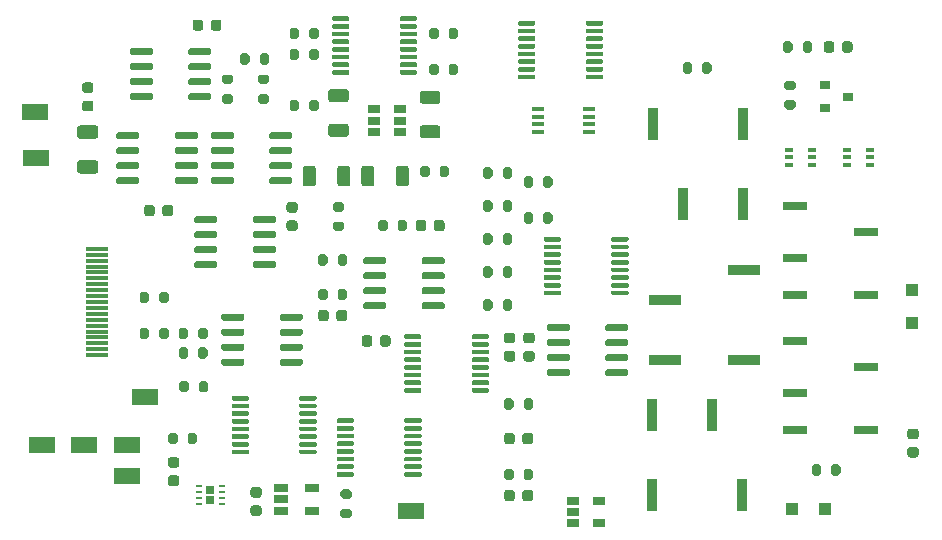
<source format=gtp>
G04 #@! TF.GenerationSoftware,KiCad,Pcbnew,(5.1.9-0-10_14)*
G04 #@! TF.CreationDate,2021-07-02T21:32:49-05:00*
G04 #@! TF.ProjectId,bath_clamp_v1,62617468-5f63-46c6-916d-705f76312e6b,rev?*
G04 #@! TF.SameCoordinates,Original*
G04 #@! TF.FileFunction,Paste,Top*
G04 #@! TF.FilePolarity,Positive*
%FSLAX46Y46*%
G04 Gerber Fmt 4.6, Leading zero omitted, Abs format (unit mm)*
G04 Created by KiCad (PCBNEW (5.1.9-0-10_14)) date 2021-07-02 21:32:49*
%MOMM*%
%LPD*%
G01*
G04 APERTURE LIST*
%ADD10C,0.100000*%
%ADD11R,1.900000X0.300000*%
%ADD12R,2.200000X1.450000*%
%ADD13R,0.500000X0.250000*%
%ADD14R,0.750000X0.650000*%
%ADD15R,0.812800X2.667000*%
%ADD16R,1.100000X1.100000*%
%ADD17R,1.060000X0.650000*%
%ADD18R,0.650000X0.400000*%
%ADD19R,1.220000X0.650000*%
%ADD20R,2.667000X0.812800*%
%ADD21R,1.100000X0.400000*%
%ADD22R,2.000000X0.700000*%
%ADD23R,0.900000X0.800000*%
G04 APERTURE END LIST*
D10*
G36*
X7775200Y17411700D02*
G01*
X7775200Y17233900D01*
X9096000Y17233900D01*
X9096000Y17411700D01*
X7775200Y17411700D01*
G37*
G36*
X7800600Y17919700D02*
G01*
X7800600Y17741900D01*
X9121400Y17741900D01*
X9121400Y17919700D01*
X7800600Y17919700D01*
G37*
G36*
X7800600Y18427700D02*
G01*
X7800600Y18249900D01*
X9121400Y18249900D01*
X9121400Y18427700D01*
X7800600Y18427700D01*
G37*
G36*
X7800600Y18935700D02*
G01*
X7800600Y18757900D01*
X9121400Y18757900D01*
X9121400Y18935700D01*
X7800600Y18935700D01*
G37*
G36*
X7800600Y19418300D02*
G01*
X7800600Y19240500D01*
X9121400Y19240500D01*
X9121400Y19418300D01*
X7800600Y19418300D01*
G37*
G36*
X7800600Y19926300D02*
G01*
X7800600Y19748500D01*
X9121400Y19748500D01*
X9121400Y19926300D01*
X7800600Y19926300D01*
G37*
G36*
X7775200Y20434300D02*
G01*
X7775200Y20256500D01*
X9096000Y20256500D01*
X9096000Y20434300D01*
X7775200Y20434300D01*
G37*
G36*
X7775200Y20916900D02*
G01*
X7775200Y20739100D01*
X9096000Y20739100D01*
X9096000Y20916900D01*
X7775200Y20916900D01*
G37*
G36*
X7800600Y21424900D02*
G01*
X7800600Y21247100D01*
X9121400Y21247100D01*
X9121400Y21424900D01*
X7800600Y21424900D01*
G37*
G36*
X7775200Y21907500D02*
G01*
X7775200Y21729700D01*
X9096000Y21729700D01*
X9096000Y21907500D01*
X7775200Y21907500D01*
G37*
G36*
X7775200Y22415500D02*
G01*
X7775200Y22237700D01*
X9096000Y22237700D01*
X9096000Y22415500D01*
X7775200Y22415500D01*
G37*
G36*
X7826000Y22923500D02*
G01*
X7826000Y22745700D01*
X9146800Y22745700D01*
X9146800Y22923500D01*
X7826000Y22923500D01*
G37*
G36*
X7800600Y23431500D02*
G01*
X7800600Y23253700D01*
X9121400Y23253700D01*
X9121400Y23431500D01*
X7800600Y23431500D01*
G37*
G36*
X7775200Y23914100D02*
G01*
X7775200Y23736300D01*
X9096000Y23736300D01*
X9096000Y23914100D01*
X7775200Y23914100D01*
G37*
G36*
X7800600Y24422100D02*
G01*
X7800600Y24244300D01*
X9121400Y24244300D01*
X9121400Y24422100D01*
X7800600Y24422100D01*
G37*
G36*
X7800600Y24930100D02*
G01*
X7800600Y24752300D01*
X9121400Y24752300D01*
X9121400Y24930100D01*
X7800600Y24930100D01*
G37*
G36*
X7800600Y25412700D02*
G01*
X7800600Y25234900D01*
X9121400Y25234900D01*
X9121400Y25412700D01*
X7800600Y25412700D01*
G37*
G36*
X7800600Y25920700D02*
G01*
X7800600Y25742900D01*
X9121400Y25742900D01*
X9121400Y25920700D01*
X7800600Y25920700D01*
G37*
G36*
X7800600Y26428700D02*
G01*
X7800600Y26250900D01*
X9121400Y26250900D01*
X9121400Y26428700D01*
X7800600Y26428700D01*
G37*
G36*
G01*
X8168401Y35647200D02*
X6868399Y35647200D01*
G75*
G02*
X6618400Y35897199I0J249999D01*
G01*
X6618400Y36547201D01*
G75*
G02*
X6868399Y36797200I249999J0D01*
G01*
X8168401Y36797200D01*
G75*
G02*
X8418400Y36547201I0J-249999D01*
G01*
X8418400Y35897199D01*
G75*
G02*
X8168401Y35647200I-249999J0D01*
G01*
G37*
G36*
G01*
X8168401Y32697200D02*
X6868399Y32697200D01*
G75*
G02*
X6618400Y32947199I0J249999D01*
G01*
X6618400Y33597201D01*
G75*
G02*
X6868399Y33847200I249999J0D01*
G01*
X8168401Y33847200D01*
G75*
G02*
X8418400Y33597201I0J-249999D01*
G01*
X8418400Y32947199D01*
G75*
G02*
X8168401Y32697200I-249999J0D01*
G01*
G37*
G36*
G01*
X17289900Y45525500D02*
X17289900Y45025500D01*
G75*
G02*
X17064900Y44800500I-225000J0D01*
G01*
X16614900Y44800500D01*
G75*
G02*
X16389900Y45025500I0J225000D01*
G01*
X16389900Y45525500D01*
G75*
G02*
X16614900Y45750500I225000J0D01*
G01*
X17064900Y45750500D01*
G75*
G02*
X17289900Y45525500I0J-225000D01*
G01*
G37*
G36*
G01*
X18839900Y45525500D02*
X18839900Y45025500D01*
G75*
G02*
X18614900Y44800500I-225000J0D01*
G01*
X18164900Y44800500D01*
G75*
G02*
X17939900Y45025500I0J225000D01*
G01*
X17939900Y45525500D01*
G75*
G02*
X18164900Y45750500I225000J0D01*
G01*
X18614900Y45750500D01*
G75*
G02*
X18839900Y45525500I0J-225000D01*
G01*
G37*
G36*
G01*
X7768400Y39529900D02*
X7268400Y39529900D01*
G75*
G02*
X7043400Y39754900I0J225000D01*
G01*
X7043400Y40204900D01*
G75*
G02*
X7268400Y40429900I225000J0D01*
G01*
X7768400Y40429900D01*
G75*
G02*
X7993400Y40204900I0J-225000D01*
G01*
X7993400Y39754900D01*
G75*
G02*
X7768400Y39529900I-225000J0D01*
G01*
G37*
G36*
G01*
X7768400Y37979900D02*
X7268400Y37979900D01*
G75*
G02*
X7043400Y38204900I0J225000D01*
G01*
X7043400Y38654900D01*
G75*
G02*
X7268400Y38879900I225000J0D01*
G01*
X7768400Y38879900D01*
G75*
G02*
X7993400Y38654900I0J-225000D01*
G01*
X7993400Y38204900D01*
G75*
G02*
X7768400Y37979900I-225000J0D01*
G01*
G37*
G36*
G01*
X43480800Y18346300D02*
X42980800Y18346300D01*
G75*
G02*
X42755800Y18571300I0J225000D01*
G01*
X42755800Y19021300D01*
G75*
G02*
X42980800Y19246300I225000J0D01*
G01*
X43480800Y19246300D01*
G75*
G02*
X43705800Y19021300I0J-225000D01*
G01*
X43705800Y18571300D01*
G75*
G02*
X43480800Y18346300I-225000J0D01*
G01*
G37*
G36*
G01*
X43480800Y16796300D02*
X42980800Y16796300D01*
G75*
G02*
X42755800Y17021300I0J225000D01*
G01*
X42755800Y17471300D01*
G75*
G02*
X42980800Y17696300I225000J0D01*
G01*
X43480800Y17696300D01*
G75*
G02*
X43705800Y17471300I0J-225000D01*
G01*
X43705800Y17021300D01*
G75*
G02*
X43480800Y16796300I-225000J0D01*
G01*
G37*
G36*
G01*
X44631800Y17696300D02*
X45131800Y17696300D01*
G75*
G02*
X45356800Y17471300I0J-225000D01*
G01*
X45356800Y17021300D01*
G75*
G02*
X45131800Y16796300I-225000J0D01*
G01*
X44631800Y16796300D01*
G75*
G02*
X44406800Y17021300I0J225000D01*
G01*
X44406800Y17471300D01*
G75*
G02*
X44631800Y17696300I225000J0D01*
G01*
G37*
G36*
G01*
X44631800Y19246300D02*
X45131800Y19246300D01*
G75*
G02*
X45356800Y19021300I0J-225000D01*
G01*
X45356800Y18571300D01*
G75*
G02*
X45131800Y18346300I-225000J0D01*
G01*
X44631800Y18346300D01*
G75*
G02*
X44406800Y18571300I0J225000D01*
G01*
X44406800Y19021300D01*
G75*
G02*
X44631800Y19246300I225000J0D01*
G01*
G37*
G36*
G01*
X77143800Y9568300D02*
X77643800Y9568300D01*
G75*
G02*
X77868800Y9343300I0J-225000D01*
G01*
X77868800Y8893300D01*
G75*
G02*
X77643800Y8668300I-225000J0D01*
G01*
X77143800Y8668300D01*
G75*
G02*
X76918800Y8893300I0J225000D01*
G01*
X76918800Y9343300D01*
G75*
G02*
X77143800Y9568300I225000J0D01*
G01*
G37*
G36*
G01*
X77143800Y11118300D02*
X77643800Y11118300D01*
G75*
G02*
X77868800Y10893300I0J-225000D01*
G01*
X77868800Y10443300D01*
G75*
G02*
X77643800Y10218300I-225000J0D01*
G01*
X77143800Y10218300D01*
G75*
G02*
X76918800Y10443300I0J225000D01*
G01*
X76918800Y10893300D01*
G75*
G02*
X77143800Y11118300I225000J0D01*
G01*
G37*
G36*
G01*
X13187800Y29828300D02*
X13187800Y29328300D01*
G75*
G02*
X12962800Y29103300I-225000J0D01*
G01*
X12512800Y29103300D01*
G75*
G02*
X12287800Y29328300I0J225000D01*
G01*
X12287800Y29828300D01*
G75*
G02*
X12512800Y30053300I225000J0D01*
G01*
X12962800Y30053300D01*
G75*
G02*
X13187800Y29828300I0J-225000D01*
G01*
G37*
G36*
G01*
X14737800Y29828300D02*
X14737800Y29328300D01*
G75*
G02*
X14512800Y29103300I-225000J0D01*
G01*
X14062800Y29103300D01*
G75*
G02*
X13837800Y29328300I0J225000D01*
G01*
X13837800Y29828300D01*
G75*
G02*
X14062800Y30053300I225000J0D01*
G01*
X14512800Y30053300D01*
G75*
G02*
X14737800Y29828300I0J-225000D01*
G01*
G37*
D11*
X8318800Y26335300D03*
X8318800Y25835300D03*
X8318800Y25335300D03*
X8318800Y24835300D03*
X8318800Y24335300D03*
X8318800Y23835300D03*
X8318800Y23335300D03*
X8318800Y22835300D03*
X8318800Y22335300D03*
X8318800Y17335300D03*
X8318800Y17835300D03*
X8318800Y18335300D03*
X8318800Y18835300D03*
X8318800Y19335300D03*
X8318800Y19835300D03*
X8318800Y20335300D03*
X8318800Y20835300D03*
X8318800Y21335300D03*
X8318800Y21835300D03*
D12*
X7162800Y9766300D03*
X12369800Y13830300D03*
X10845800Y7099300D03*
X10845800Y9766300D03*
X3086100Y37934900D03*
X34848800Y4178300D03*
X3606800Y9766300D03*
X3124200Y34048700D03*
G36*
G01*
X15969800Y9999300D02*
X15969800Y10549300D01*
G75*
G02*
X16169800Y10749300I200000J0D01*
G01*
X16569800Y10749300D01*
G75*
G02*
X16769800Y10549300I0J-200000D01*
G01*
X16769800Y9999300D01*
G75*
G02*
X16569800Y9799300I-200000J0D01*
G01*
X16169800Y9799300D01*
G75*
G02*
X15969800Y9999300I0J200000D01*
G01*
G37*
G36*
G01*
X14319800Y9999300D02*
X14319800Y10549300D01*
G75*
G02*
X14519800Y10749300I200000J0D01*
G01*
X14919800Y10749300D01*
G75*
G02*
X15119800Y10549300I0J-200000D01*
G01*
X15119800Y9999300D01*
G75*
G02*
X14919800Y9799300I-200000J0D01*
G01*
X14519800Y9799300D01*
G75*
G02*
X14319800Y9999300I0J200000D01*
G01*
G37*
D13*
X16944300Y5261800D03*
X18844300Y5761800D03*
X18844300Y6261800D03*
X16944300Y6261800D03*
X16944300Y5761800D03*
X16944300Y4761800D03*
X18844300Y4761800D03*
X18844300Y5261800D03*
D14*
X17894300Y5111800D03*
X17894300Y5911800D03*
G36*
G01*
X22017800Y5265300D02*
X21517800Y5265300D01*
G75*
G02*
X21292800Y5490300I0J225000D01*
G01*
X21292800Y5940300D01*
G75*
G02*
X21517800Y6165300I225000J0D01*
G01*
X22017800Y6165300D01*
G75*
G02*
X22242800Y5940300I0J-225000D01*
G01*
X22242800Y5490300D01*
G75*
G02*
X22017800Y5265300I-225000J0D01*
G01*
G37*
G36*
G01*
X22017800Y3715300D02*
X21517800Y3715300D01*
G75*
G02*
X21292800Y3940300I0J225000D01*
G01*
X21292800Y4390300D01*
G75*
G02*
X21517800Y4615300I225000J0D01*
G01*
X22017800Y4615300D01*
G75*
G02*
X22242800Y4390300I0J-225000D01*
G01*
X22242800Y3940300D01*
G75*
G02*
X22017800Y3715300I-225000J0D01*
G01*
G37*
G36*
G01*
X15032800Y7805300D02*
X14532800Y7805300D01*
G75*
G02*
X14307800Y8030300I0J225000D01*
G01*
X14307800Y8480300D01*
G75*
G02*
X14532800Y8705300I225000J0D01*
G01*
X15032800Y8705300D01*
G75*
G02*
X15257800Y8480300I0J-225000D01*
G01*
X15257800Y8030300D01*
G75*
G02*
X15032800Y7805300I-225000J0D01*
G01*
G37*
G36*
G01*
X15032800Y6255300D02*
X14532800Y6255300D01*
G75*
G02*
X14307800Y6480300I0J225000D01*
G01*
X14307800Y6930300D01*
G75*
G02*
X14532800Y7155300I225000J0D01*
G01*
X15032800Y7155300D01*
G75*
G02*
X15257800Y6930300I0J-225000D01*
G01*
X15257800Y6480300D01*
G75*
G02*
X15032800Y6255300I-225000J0D01*
G01*
G37*
D15*
X57938299Y30145299D03*
X63018299Y30145299D03*
X63018299Y36885301D03*
X55398299Y36885301D03*
G36*
G01*
X28669800Y22191300D02*
X28669800Y22741300D01*
G75*
G02*
X28869800Y22941300I200000J0D01*
G01*
X29269800Y22941300D01*
G75*
G02*
X29469800Y22741300I0J-200000D01*
G01*
X29469800Y22191300D01*
G75*
G02*
X29269800Y21991300I-200000J0D01*
G01*
X28869800Y21991300D01*
G75*
G02*
X28669800Y22191300I0J200000D01*
G01*
G37*
G36*
G01*
X27019800Y22191300D02*
X27019800Y22741300D01*
G75*
G02*
X27219800Y22941300I200000J0D01*
G01*
X27619800Y22941300D01*
G75*
G02*
X27819800Y22741300I0J-200000D01*
G01*
X27819800Y22191300D01*
G75*
G02*
X27619800Y21991300I-200000J0D01*
G01*
X27219800Y21991300D01*
G75*
G02*
X27019800Y22191300I0J200000D01*
G01*
G37*
G36*
G01*
X13556800Y21937300D02*
X13556800Y22487300D01*
G75*
G02*
X13756800Y22687300I200000J0D01*
G01*
X14156800Y22687300D01*
G75*
G02*
X14356800Y22487300I0J-200000D01*
G01*
X14356800Y21937300D01*
G75*
G02*
X14156800Y21737300I-200000J0D01*
G01*
X13756800Y21737300D01*
G75*
G02*
X13556800Y21937300I0J200000D01*
G01*
G37*
G36*
G01*
X11906800Y21937300D02*
X11906800Y22487300D01*
G75*
G02*
X12106800Y22687300I200000J0D01*
G01*
X12506800Y22687300D01*
G75*
G02*
X12706800Y22487300I0J-200000D01*
G01*
X12706800Y21937300D01*
G75*
G02*
X12506800Y21737300I-200000J0D01*
G01*
X12106800Y21737300D01*
G75*
G02*
X11906800Y21937300I0J200000D01*
G01*
G37*
G36*
G01*
X28669800Y25112300D02*
X28669800Y25662300D01*
G75*
G02*
X28869800Y25862300I200000J0D01*
G01*
X29269800Y25862300D01*
G75*
G02*
X29469800Y25662300I0J-200000D01*
G01*
X29469800Y25112300D01*
G75*
G02*
X29269800Y24912300I-200000J0D01*
G01*
X28869800Y24912300D01*
G75*
G02*
X28669800Y25112300I0J200000D01*
G01*
G37*
G36*
G01*
X27019800Y25112300D02*
X27019800Y25662300D01*
G75*
G02*
X27219800Y25862300I200000J0D01*
G01*
X27619800Y25862300D01*
G75*
G02*
X27819800Y25662300I0J-200000D01*
G01*
X27819800Y25112300D01*
G75*
G02*
X27619800Y24912300I-200000J0D01*
G01*
X27219800Y24912300D01*
G75*
G02*
X27019800Y25112300I0J200000D01*
G01*
G37*
G36*
G01*
X13556800Y18889300D02*
X13556800Y19439300D01*
G75*
G02*
X13756800Y19639300I200000J0D01*
G01*
X14156800Y19639300D01*
G75*
G02*
X14356800Y19439300I0J-200000D01*
G01*
X14356800Y18889300D01*
G75*
G02*
X14156800Y18689300I-200000J0D01*
G01*
X13756800Y18689300D01*
G75*
G02*
X13556800Y18889300I0J200000D01*
G01*
G37*
G36*
G01*
X11906800Y18889300D02*
X11906800Y19439300D01*
G75*
G02*
X12106800Y19639300I200000J0D01*
G01*
X12506800Y19639300D01*
G75*
G02*
X12706800Y19439300I0J-200000D01*
G01*
X12706800Y18889300D01*
G75*
G02*
X12506800Y18689300I-200000J0D01*
G01*
X12106800Y18689300D01*
G75*
G02*
X11906800Y18889300I0J200000D01*
G01*
G37*
G36*
G01*
X67189800Y43696300D02*
X67189800Y43146300D01*
G75*
G02*
X66989800Y42946300I-200000J0D01*
G01*
X66589800Y42946300D01*
G75*
G02*
X66389800Y43146300I0J200000D01*
G01*
X66389800Y43696300D01*
G75*
G02*
X66589800Y43896300I200000J0D01*
G01*
X66989800Y43896300D01*
G75*
G02*
X67189800Y43696300I0J-200000D01*
G01*
G37*
G36*
G01*
X68839800Y43696300D02*
X68839800Y43146300D01*
G75*
G02*
X68639800Y42946300I-200000J0D01*
G01*
X68239800Y42946300D01*
G75*
G02*
X68039800Y43146300I0J200000D01*
G01*
X68039800Y43696300D01*
G75*
G02*
X68239800Y43896300I200000J0D01*
G01*
X68639800Y43896300D01*
G75*
G02*
X68839800Y43696300I0J-200000D01*
G01*
G37*
G36*
G01*
X69602800Y7882300D02*
X69602800Y7332300D01*
G75*
G02*
X69402800Y7132300I-200000J0D01*
G01*
X69002800Y7132300D01*
G75*
G02*
X68802800Y7332300I0J200000D01*
G01*
X68802800Y7882300D01*
G75*
G02*
X69002800Y8082300I200000J0D01*
G01*
X69402800Y8082300D01*
G75*
G02*
X69602800Y7882300I0J-200000D01*
G01*
G37*
G36*
G01*
X71252800Y7882300D02*
X71252800Y7332300D01*
G75*
G02*
X71052800Y7132300I-200000J0D01*
G01*
X70652800Y7132300D01*
G75*
G02*
X70452800Y7332300I0J200000D01*
G01*
X70452800Y7882300D01*
G75*
G02*
X70652800Y8082300I200000J0D01*
G01*
X71052800Y8082300D01*
G75*
G02*
X71252800Y7882300I0J-200000D01*
G01*
G37*
G36*
G01*
X42639800Y29684300D02*
X42639800Y30234300D01*
G75*
G02*
X42839800Y30434300I200000J0D01*
G01*
X43239800Y30434300D01*
G75*
G02*
X43439800Y30234300I0J-200000D01*
G01*
X43439800Y29684300D01*
G75*
G02*
X43239800Y29484300I-200000J0D01*
G01*
X42839800Y29484300D01*
G75*
G02*
X42639800Y29684300I0J200000D01*
G01*
G37*
G36*
G01*
X40989800Y29684300D02*
X40989800Y30234300D01*
G75*
G02*
X41189800Y30434300I200000J0D01*
G01*
X41589800Y30434300D01*
G75*
G02*
X41789800Y30234300I0J-200000D01*
G01*
X41789800Y29684300D01*
G75*
G02*
X41589800Y29484300I-200000J0D01*
G01*
X41189800Y29484300D01*
G75*
G02*
X40989800Y29684300I0J200000D01*
G01*
G37*
G36*
G01*
X42639800Y26890300D02*
X42639800Y27440300D01*
G75*
G02*
X42839800Y27640300I200000J0D01*
G01*
X43239800Y27640300D01*
G75*
G02*
X43439800Y27440300I0J-200000D01*
G01*
X43439800Y26890300D01*
G75*
G02*
X43239800Y26690300I-200000J0D01*
G01*
X42839800Y26690300D01*
G75*
G02*
X42639800Y26890300I0J200000D01*
G01*
G37*
G36*
G01*
X40989800Y26890300D02*
X40989800Y27440300D01*
G75*
G02*
X41189800Y27640300I200000J0D01*
G01*
X41589800Y27640300D01*
G75*
G02*
X41789800Y27440300I0J-200000D01*
G01*
X41789800Y26890300D01*
G75*
G02*
X41589800Y26690300I-200000J0D01*
G01*
X41189800Y26690300D01*
G75*
G02*
X40989800Y26890300I0J200000D01*
G01*
G37*
G36*
G01*
X42639800Y24096300D02*
X42639800Y24646300D01*
G75*
G02*
X42839800Y24846300I200000J0D01*
G01*
X43239800Y24846300D01*
G75*
G02*
X43439800Y24646300I0J-200000D01*
G01*
X43439800Y24096300D01*
G75*
G02*
X43239800Y23896300I-200000J0D01*
G01*
X42839800Y23896300D01*
G75*
G02*
X42639800Y24096300I0J200000D01*
G01*
G37*
G36*
G01*
X40989800Y24096300D02*
X40989800Y24646300D01*
G75*
G02*
X41189800Y24846300I200000J0D01*
G01*
X41589800Y24846300D01*
G75*
G02*
X41789800Y24646300I0J-200000D01*
G01*
X41789800Y24096300D01*
G75*
G02*
X41589800Y23896300I-200000J0D01*
G01*
X41189800Y23896300D01*
G75*
G02*
X40989800Y24096300I0J200000D01*
G01*
G37*
G36*
G01*
X42639800Y21302300D02*
X42639800Y21852300D01*
G75*
G02*
X42839800Y22052300I200000J0D01*
G01*
X43239800Y22052300D01*
G75*
G02*
X43439800Y21852300I0J-200000D01*
G01*
X43439800Y21302300D01*
G75*
G02*
X43239800Y21102300I-200000J0D01*
G01*
X42839800Y21102300D01*
G75*
G02*
X42639800Y21302300I0J200000D01*
G01*
G37*
G36*
G01*
X40989800Y21302300D02*
X40989800Y21852300D01*
G75*
G02*
X41189800Y22052300I200000J0D01*
G01*
X41589800Y22052300D01*
G75*
G02*
X41789800Y21852300I0J-200000D01*
G01*
X41789800Y21302300D01*
G75*
G02*
X41589800Y21102300I-200000J0D01*
G01*
X41189800Y21102300D01*
G75*
G02*
X40989800Y21302300I0J200000D01*
G01*
G37*
G36*
G01*
X42639800Y32478300D02*
X42639800Y33028300D01*
G75*
G02*
X42839800Y33228300I200000J0D01*
G01*
X43239800Y33228300D01*
G75*
G02*
X43439800Y33028300I0J-200000D01*
G01*
X43439800Y32478300D01*
G75*
G02*
X43239800Y32278300I-200000J0D01*
G01*
X42839800Y32278300D01*
G75*
G02*
X42639800Y32478300I0J200000D01*
G01*
G37*
G36*
G01*
X40989800Y32478300D02*
X40989800Y33028300D01*
G75*
G02*
X41189800Y33228300I200000J0D01*
G01*
X41589800Y33228300D01*
G75*
G02*
X41789800Y33028300I0J-200000D01*
G01*
X41789800Y32478300D01*
G75*
G02*
X41589800Y32278300I-200000J0D01*
G01*
X41189800Y32278300D01*
G75*
G02*
X40989800Y32478300I0J200000D01*
G01*
G37*
G36*
G01*
X46068800Y31716300D02*
X46068800Y32266300D01*
G75*
G02*
X46268800Y32466300I200000J0D01*
G01*
X46668800Y32466300D01*
G75*
G02*
X46868800Y32266300I0J-200000D01*
G01*
X46868800Y31716300D01*
G75*
G02*
X46668800Y31516300I-200000J0D01*
G01*
X46268800Y31516300D01*
G75*
G02*
X46068800Y31716300I0J200000D01*
G01*
G37*
G36*
G01*
X44418800Y31716300D02*
X44418800Y32266300D01*
G75*
G02*
X44618800Y32466300I200000J0D01*
G01*
X45018800Y32466300D01*
G75*
G02*
X45218800Y32266300I0J-200000D01*
G01*
X45218800Y31716300D01*
G75*
G02*
X45018800Y31516300I-200000J0D01*
G01*
X44618800Y31516300D01*
G75*
G02*
X44418800Y31716300I0J200000D01*
G01*
G37*
G36*
G01*
X46068800Y28668300D02*
X46068800Y29218300D01*
G75*
G02*
X46268800Y29418300I200000J0D01*
G01*
X46668800Y29418300D01*
G75*
G02*
X46868800Y29218300I0J-200000D01*
G01*
X46868800Y28668300D01*
G75*
G02*
X46668800Y28468300I-200000J0D01*
G01*
X46268800Y28468300D01*
G75*
G02*
X46068800Y28668300I0J200000D01*
G01*
G37*
G36*
G01*
X44418800Y28668300D02*
X44418800Y29218300D01*
G75*
G02*
X44618800Y29418300I200000J0D01*
G01*
X45018800Y29418300D01*
G75*
G02*
X45218800Y29218300I0J-200000D01*
G01*
X45218800Y28668300D01*
G75*
G02*
X45018800Y28468300I-200000J0D01*
G01*
X44618800Y28468300D01*
G75*
G02*
X44418800Y28668300I0J200000D01*
G01*
G37*
D16*
X67103800Y4305300D03*
X69903800Y4305300D03*
X77266800Y20050300D03*
X77266800Y22850300D03*
G36*
G01*
X23775800Y20411300D02*
X23775800Y20711300D01*
G75*
G02*
X23925800Y20861300I150000J0D01*
G01*
X25575800Y20861300D01*
G75*
G02*
X25725800Y20711300I0J-150000D01*
G01*
X25725800Y20411300D01*
G75*
G02*
X25575800Y20261300I-150000J0D01*
G01*
X23925800Y20261300D01*
G75*
G02*
X23775800Y20411300I0J150000D01*
G01*
G37*
G36*
G01*
X23775800Y19141300D02*
X23775800Y19441300D01*
G75*
G02*
X23925800Y19591300I150000J0D01*
G01*
X25575800Y19591300D01*
G75*
G02*
X25725800Y19441300I0J-150000D01*
G01*
X25725800Y19141300D01*
G75*
G02*
X25575800Y18991300I-150000J0D01*
G01*
X23925800Y18991300D01*
G75*
G02*
X23775800Y19141300I0J150000D01*
G01*
G37*
G36*
G01*
X23775800Y17871300D02*
X23775800Y18171300D01*
G75*
G02*
X23925800Y18321300I150000J0D01*
G01*
X25575800Y18321300D01*
G75*
G02*
X25725800Y18171300I0J-150000D01*
G01*
X25725800Y17871300D01*
G75*
G02*
X25575800Y17721300I-150000J0D01*
G01*
X23925800Y17721300D01*
G75*
G02*
X23775800Y17871300I0J150000D01*
G01*
G37*
G36*
G01*
X23775800Y16601300D02*
X23775800Y16901300D01*
G75*
G02*
X23925800Y17051300I150000J0D01*
G01*
X25575800Y17051300D01*
G75*
G02*
X25725800Y16901300I0J-150000D01*
G01*
X25725800Y16601300D01*
G75*
G02*
X25575800Y16451300I-150000J0D01*
G01*
X23925800Y16451300D01*
G75*
G02*
X23775800Y16601300I0J150000D01*
G01*
G37*
G36*
G01*
X18825800Y16601300D02*
X18825800Y16901300D01*
G75*
G02*
X18975800Y17051300I150000J0D01*
G01*
X20625800Y17051300D01*
G75*
G02*
X20775800Y16901300I0J-150000D01*
G01*
X20775800Y16601300D01*
G75*
G02*
X20625800Y16451300I-150000J0D01*
G01*
X18975800Y16451300D01*
G75*
G02*
X18825800Y16601300I0J150000D01*
G01*
G37*
G36*
G01*
X18825800Y17871300D02*
X18825800Y18171300D01*
G75*
G02*
X18975800Y18321300I150000J0D01*
G01*
X20625800Y18321300D01*
G75*
G02*
X20775800Y18171300I0J-150000D01*
G01*
X20775800Y17871300D01*
G75*
G02*
X20625800Y17721300I-150000J0D01*
G01*
X18975800Y17721300D01*
G75*
G02*
X18825800Y17871300I0J150000D01*
G01*
G37*
G36*
G01*
X18825800Y19141300D02*
X18825800Y19441300D01*
G75*
G02*
X18975800Y19591300I150000J0D01*
G01*
X20625800Y19591300D01*
G75*
G02*
X20775800Y19441300I0J-150000D01*
G01*
X20775800Y19141300D01*
G75*
G02*
X20625800Y18991300I-150000J0D01*
G01*
X18975800Y18991300D01*
G75*
G02*
X18825800Y19141300I0J150000D01*
G01*
G37*
G36*
G01*
X18825800Y20411300D02*
X18825800Y20711300D01*
G75*
G02*
X18975800Y20861300I150000J0D01*
G01*
X20625800Y20861300D01*
G75*
G02*
X20775800Y20711300I0J-150000D01*
G01*
X20775800Y20411300D01*
G75*
G02*
X20625800Y20261300I-150000J0D01*
G01*
X18975800Y20261300D01*
G75*
G02*
X18825800Y20411300I0J150000D01*
G01*
G37*
G36*
G01*
X16028800Y42890300D02*
X16028800Y43190300D01*
G75*
G02*
X16178800Y43340300I150000J0D01*
G01*
X17828800Y43340300D01*
G75*
G02*
X17978800Y43190300I0J-150000D01*
G01*
X17978800Y42890300D01*
G75*
G02*
X17828800Y42740300I-150000J0D01*
G01*
X16178800Y42740300D01*
G75*
G02*
X16028800Y42890300I0J150000D01*
G01*
G37*
G36*
G01*
X16028800Y41620300D02*
X16028800Y41920300D01*
G75*
G02*
X16178800Y42070300I150000J0D01*
G01*
X17828800Y42070300D01*
G75*
G02*
X17978800Y41920300I0J-150000D01*
G01*
X17978800Y41620300D01*
G75*
G02*
X17828800Y41470300I-150000J0D01*
G01*
X16178800Y41470300D01*
G75*
G02*
X16028800Y41620300I0J150000D01*
G01*
G37*
G36*
G01*
X16028800Y40350300D02*
X16028800Y40650300D01*
G75*
G02*
X16178800Y40800300I150000J0D01*
G01*
X17828800Y40800300D01*
G75*
G02*
X17978800Y40650300I0J-150000D01*
G01*
X17978800Y40350300D01*
G75*
G02*
X17828800Y40200300I-150000J0D01*
G01*
X16178800Y40200300D01*
G75*
G02*
X16028800Y40350300I0J150000D01*
G01*
G37*
G36*
G01*
X16028800Y39080300D02*
X16028800Y39380300D01*
G75*
G02*
X16178800Y39530300I150000J0D01*
G01*
X17828800Y39530300D01*
G75*
G02*
X17978800Y39380300I0J-150000D01*
G01*
X17978800Y39080300D01*
G75*
G02*
X17828800Y38930300I-150000J0D01*
G01*
X16178800Y38930300D01*
G75*
G02*
X16028800Y39080300I0J150000D01*
G01*
G37*
G36*
G01*
X11078800Y39080300D02*
X11078800Y39380300D01*
G75*
G02*
X11228800Y39530300I150000J0D01*
G01*
X12878800Y39530300D01*
G75*
G02*
X13028800Y39380300I0J-150000D01*
G01*
X13028800Y39080300D01*
G75*
G02*
X12878800Y38930300I-150000J0D01*
G01*
X11228800Y38930300D01*
G75*
G02*
X11078800Y39080300I0J150000D01*
G01*
G37*
G36*
G01*
X11078800Y40350300D02*
X11078800Y40650300D01*
G75*
G02*
X11228800Y40800300I150000J0D01*
G01*
X12878800Y40800300D01*
G75*
G02*
X13028800Y40650300I0J-150000D01*
G01*
X13028800Y40350300D01*
G75*
G02*
X12878800Y40200300I-150000J0D01*
G01*
X11228800Y40200300D01*
G75*
G02*
X11078800Y40350300I0J150000D01*
G01*
G37*
G36*
G01*
X11078800Y41620300D02*
X11078800Y41920300D01*
G75*
G02*
X11228800Y42070300I150000J0D01*
G01*
X12878800Y42070300D01*
G75*
G02*
X13028800Y41920300I0J-150000D01*
G01*
X13028800Y41620300D01*
G75*
G02*
X12878800Y41470300I-150000J0D01*
G01*
X11228800Y41470300D01*
G75*
G02*
X11078800Y41620300I0J150000D01*
G01*
G37*
G36*
G01*
X11078800Y42890300D02*
X11078800Y43190300D01*
G75*
G02*
X11228800Y43340300I150000J0D01*
G01*
X12878800Y43340300D01*
G75*
G02*
X13028800Y43190300I0J-150000D01*
G01*
X13028800Y42890300D01*
G75*
G02*
X12878800Y42740300I-150000J0D01*
G01*
X11228800Y42740300D01*
G75*
G02*
X11078800Y42890300I0J150000D01*
G01*
G37*
G36*
G01*
X29027800Y29495300D02*
X28477800Y29495300D01*
G75*
G02*
X28277800Y29695300I0J200000D01*
G01*
X28277800Y30095300D01*
G75*
G02*
X28477800Y30295300I200000J0D01*
G01*
X29027800Y30295300D01*
G75*
G02*
X29227800Y30095300I0J-200000D01*
G01*
X29227800Y29695300D01*
G75*
G02*
X29027800Y29495300I-200000J0D01*
G01*
G37*
G36*
G01*
X29027800Y27845300D02*
X28477800Y27845300D01*
G75*
G02*
X28277800Y28045300I0J200000D01*
G01*
X28277800Y28445300D01*
G75*
G02*
X28477800Y28645300I200000J0D01*
G01*
X29027800Y28645300D01*
G75*
G02*
X29227800Y28445300I0J-200000D01*
G01*
X29227800Y28045300D01*
G75*
G02*
X29027800Y27845300I-200000J0D01*
G01*
G37*
G36*
G01*
X16008800Y19439300D02*
X16008800Y18889300D01*
G75*
G02*
X15808800Y18689300I-200000J0D01*
G01*
X15408800Y18689300D01*
G75*
G02*
X15208800Y18889300I0J200000D01*
G01*
X15208800Y19439300D01*
G75*
G02*
X15408800Y19639300I200000J0D01*
G01*
X15808800Y19639300D01*
G75*
G02*
X16008800Y19439300I0J-200000D01*
G01*
G37*
G36*
G01*
X17658800Y19439300D02*
X17658800Y18889300D01*
G75*
G02*
X17458800Y18689300I-200000J0D01*
G01*
X17058800Y18689300D01*
G75*
G02*
X16858800Y18889300I0J200000D01*
G01*
X16858800Y19439300D01*
G75*
G02*
X17058800Y19639300I200000J0D01*
G01*
X17458800Y19639300D01*
G75*
G02*
X17658800Y19439300I0J-200000D01*
G01*
G37*
G36*
G01*
X33749800Y28033300D02*
X33749800Y28583300D01*
G75*
G02*
X33949800Y28783300I200000J0D01*
G01*
X34349800Y28783300D01*
G75*
G02*
X34549800Y28583300I0J-200000D01*
G01*
X34549800Y28033300D01*
G75*
G02*
X34349800Y27833300I-200000J0D01*
G01*
X33949800Y27833300D01*
G75*
G02*
X33749800Y28033300I0J200000D01*
G01*
G37*
G36*
G01*
X32099800Y28033300D02*
X32099800Y28583300D01*
G75*
G02*
X32299800Y28783300I200000J0D01*
G01*
X32699800Y28783300D01*
G75*
G02*
X32899800Y28583300I0J-200000D01*
G01*
X32899800Y28033300D01*
G75*
G02*
X32699800Y27833300I-200000J0D01*
G01*
X32299800Y27833300D01*
G75*
G02*
X32099800Y28033300I0J200000D01*
G01*
G37*
G36*
G01*
X16008800Y17788300D02*
X16008800Y17238300D01*
G75*
G02*
X15808800Y17038300I-200000J0D01*
G01*
X15408800Y17038300D01*
G75*
G02*
X15208800Y17238300I0J200000D01*
G01*
X15208800Y17788300D01*
G75*
G02*
X15408800Y17988300I200000J0D01*
G01*
X15808800Y17988300D01*
G75*
G02*
X16008800Y17788300I0J-200000D01*
G01*
G37*
G36*
G01*
X17658800Y17788300D02*
X17658800Y17238300D01*
G75*
G02*
X17458800Y17038300I-200000J0D01*
G01*
X17058800Y17038300D01*
G75*
G02*
X16858800Y17238300I0J200000D01*
G01*
X16858800Y17788300D01*
G75*
G02*
X17058800Y17988300I200000J0D01*
G01*
X17458800Y17988300D01*
G75*
G02*
X17658800Y17788300I0J-200000D01*
G01*
G37*
G36*
G01*
X24565800Y28745300D02*
X25065800Y28745300D01*
G75*
G02*
X25290800Y28520300I0J-225000D01*
G01*
X25290800Y28070300D01*
G75*
G02*
X25065800Y27845300I-225000J0D01*
G01*
X24565800Y27845300D01*
G75*
G02*
X24340800Y28070300I0J225000D01*
G01*
X24340800Y28520300D01*
G75*
G02*
X24565800Y28745300I225000J0D01*
G01*
G37*
G36*
G01*
X24565800Y30295300D02*
X25065800Y30295300D01*
G75*
G02*
X25290800Y30070300I0J-225000D01*
G01*
X25290800Y29620300D01*
G75*
G02*
X25065800Y29395300I-225000J0D01*
G01*
X24565800Y29395300D01*
G75*
G02*
X24340800Y29620300I0J225000D01*
G01*
X24340800Y30070300D01*
G75*
G02*
X24565800Y30295300I225000J0D01*
G01*
G37*
D17*
X33916800Y37198300D03*
X33916800Y38148300D03*
X33916800Y36248300D03*
X31716800Y36248300D03*
X31716800Y37198300D03*
X31716800Y38148300D03*
G36*
G01*
X66704800Y40582300D02*
X67254800Y40582300D01*
G75*
G02*
X67454800Y40382300I0J-200000D01*
G01*
X67454800Y39982300D01*
G75*
G02*
X67254800Y39782300I-200000J0D01*
G01*
X66704800Y39782300D01*
G75*
G02*
X66504800Y39982300I0J200000D01*
G01*
X66504800Y40382300D01*
G75*
G02*
X66704800Y40582300I200000J0D01*
G01*
G37*
G36*
G01*
X66704800Y38932300D02*
X67254800Y38932300D01*
G75*
G02*
X67454800Y38732300I0J-200000D01*
G01*
X67454800Y38332300D01*
G75*
G02*
X67254800Y38132300I-200000J0D01*
G01*
X66704800Y38132300D01*
G75*
G02*
X66504800Y38332300I0J200000D01*
G01*
X66504800Y38732300D01*
G75*
G02*
X66704800Y38932300I200000J0D01*
G01*
G37*
D18*
X68818800Y34736800D03*
X68818800Y33436800D03*
X66918800Y34086800D03*
X68818800Y34086800D03*
X66918800Y33436800D03*
X66918800Y34736800D03*
G36*
G01*
X40021800Y18799300D02*
X40021800Y18999300D01*
G75*
G02*
X40121800Y19099300I100000J0D01*
G01*
X41396800Y19099300D01*
G75*
G02*
X41496800Y18999300I0J-100000D01*
G01*
X41496800Y18799300D01*
G75*
G02*
X41396800Y18699300I-100000J0D01*
G01*
X40121800Y18699300D01*
G75*
G02*
X40021800Y18799300I0J100000D01*
G01*
G37*
G36*
G01*
X40021800Y18149300D02*
X40021800Y18349300D01*
G75*
G02*
X40121800Y18449300I100000J0D01*
G01*
X41396800Y18449300D01*
G75*
G02*
X41496800Y18349300I0J-100000D01*
G01*
X41496800Y18149300D01*
G75*
G02*
X41396800Y18049300I-100000J0D01*
G01*
X40121800Y18049300D01*
G75*
G02*
X40021800Y18149300I0J100000D01*
G01*
G37*
G36*
G01*
X40021800Y17499300D02*
X40021800Y17699300D01*
G75*
G02*
X40121800Y17799300I100000J0D01*
G01*
X41396800Y17799300D01*
G75*
G02*
X41496800Y17699300I0J-100000D01*
G01*
X41496800Y17499300D01*
G75*
G02*
X41396800Y17399300I-100000J0D01*
G01*
X40121800Y17399300D01*
G75*
G02*
X40021800Y17499300I0J100000D01*
G01*
G37*
G36*
G01*
X40021800Y16849300D02*
X40021800Y17049300D01*
G75*
G02*
X40121800Y17149300I100000J0D01*
G01*
X41396800Y17149300D01*
G75*
G02*
X41496800Y17049300I0J-100000D01*
G01*
X41496800Y16849300D01*
G75*
G02*
X41396800Y16749300I-100000J0D01*
G01*
X40121800Y16749300D01*
G75*
G02*
X40021800Y16849300I0J100000D01*
G01*
G37*
G36*
G01*
X40021800Y16199300D02*
X40021800Y16399300D01*
G75*
G02*
X40121800Y16499300I100000J0D01*
G01*
X41396800Y16499300D01*
G75*
G02*
X41496800Y16399300I0J-100000D01*
G01*
X41496800Y16199300D01*
G75*
G02*
X41396800Y16099300I-100000J0D01*
G01*
X40121800Y16099300D01*
G75*
G02*
X40021800Y16199300I0J100000D01*
G01*
G37*
G36*
G01*
X40021800Y15549300D02*
X40021800Y15749300D01*
G75*
G02*
X40121800Y15849300I100000J0D01*
G01*
X41396800Y15849300D01*
G75*
G02*
X41496800Y15749300I0J-100000D01*
G01*
X41496800Y15549300D01*
G75*
G02*
X41396800Y15449300I-100000J0D01*
G01*
X40121800Y15449300D01*
G75*
G02*
X40021800Y15549300I0J100000D01*
G01*
G37*
G36*
G01*
X40021800Y14899300D02*
X40021800Y15099300D01*
G75*
G02*
X40121800Y15199300I100000J0D01*
G01*
X41396800Y15199300D01*
G75*
G02*
X41496800Y15099300I0J-100000D01*
G01*
X41496800Y14899300D01*
G75*
G02*
X41396800Y14799300I-100000J0D01*
G01*
X40121800Y14799300D01*
G75*
G02*
X40021800Y14899300I0J100000D01*
G01*
G37*
G36*
G01*
X40021800Y14249300D02*
X40021800Y14449300D01*
G75*
G02*
X40121800Y14549300I100000J0D01*
G01*
X41396800Y14549300D01*
G75*
G02*
X41496800Y14449300I0J-100000D01*
G01*
X41496800Y14249300D01*
G75*
G02*
X41396800Y14149300I-100000J0D01*
G01*
X40121800Y14149300D01*
G75*
G02*
X40021800Y14249300I0J100000D01*
G01*
G37*
G36*
G01*
X34296800Y14249300D02*
X34296800Y14449300D01*
G75*
G02*
X34396800Y14549300I100000J0D01*
G01*
X35671800Y14549300D01*
G75*
G02*
X35771800Y14449300I0J-100000D01*
G01*
X35771800Y14249300D01*
G75*
G02*
X35671800Y14149300I-100000J0D01*
G01*
X34396800Y14149300D01*
G75*
G02*
X34296800Y14249300I0J100000D01*
G01*
G37*
G36*
G01*
X34296800Y14899300D02*
X34296800Y15099300D01*
G75*
G02*
X34396800Y15199300I100000J0D01*
G01*
X35671800Y15199300D01*
G75*
G02*
X35771800Y15099300I0J-100000D01*
G01*
X35771800Y14899300D01*
G75*
G02*
X35671800Y14799300I-100000J0D01*
G01*
X34396800Y14799300D01*
G75*
G02*
X34296800Y14899300I0J100000D01*
G01*
G37*
G36*
G01*
X34296800Y15549300D02*
X34296800Y15749300D01*
G75*
G02*
X34396800Y15849300I100000J0D01*
G01*
X35671800Y15849300D01*
G75*
G02*
X35771800Y15749300I0J-100000D01*
G01*
X35771800Y15549300D01*
G75*
G02*
X35671800Y15449300I-100000J0D01*
G01*
X34396800Y15449300D01*
G75*
G02*
X34296800Y15549300I0J100000D01*
G01*
G37*
G36*
G01*
X34296800Y16199300D02*
X34296800Y16399300D01*
G75*
G02*
X34396800Y16499300I100000J0D01*
G01*
X35671800Y16499300D01*
G75*
G02*
X35771800Y16399300I0J-100000D01*
G01*
X35771800Y16199300D01*
G75*
G02*
X35671800Y16099300I-100000J0D01*
G01*
X34396800Y16099300D01*
G75*
G02*
X34296800Y16199300I0J100000D01*
G01*
G37*
G36*
G01*
X34296800Y16849300D02*
X34296800Y17049300D01*
G75*
G02*
X34396800Y17149300I100000J0D01*
G01*
X35671800Y17149300D01*
G75*
G02*
X35771800Y17049300I0J-100000D01*
G01*
X35771800Y16849300D01*
G75*
G02*
X35671800Y16749300I-100000J0D01*
G01*
X34396800Y16749300D01*
G75*
G02*
X34296800Y16849300I0J100000D01*
G01*
G37*
G36*
G01*
X34296800Y17499300D02*
X34296800Y17699300D01*
G75*
G02*
X34396800Y17799300I100000J0D01*
G01*
X35671800Y17799300D01*
G75*
G02*
X35771800Y17699300I0J-100000D01*
G01*
X35771800Y17499300D01*
G75*
G02*
X35671800Y17399300I-100000J0D01*
G01*
X34396800Y17399300D01*
G75*
G02*
X34296800Y17499300I0J100000D01*
G01*
G37*
G36*
G01*
X34296800Y18149300D02*
X34296800Y18349300D01*
G75*
G02*
X34396800Y18449300I100000J0D01*
G01*
X35671800Y18449300D01*
G75*
G02*
X35771800Y18349300I0J-100000D01*
G01*
X35771800Y18149300D01*
G75*
G02*
X35671800Y18049300I-100000J0D01*
G01*
X34396800Y18049300D01*
G75*
G02*
X34296800Y18149300I0J100000D01*
G01*
G37*
G36*
G01*
X34296800Y18799300D02*
X34296800Y18999300D01*
G75*
G02*
X34396800Y19099300I100000J0D01*
G01*
X35671800Y19099300D01*
G75*
G02*
X35771800Y18999300I0J-100000D01*
G01*
X35771800Y18799300D01*
G75*
G02*
X35671800Y18699300I-100000J0D01*
G01*
X34396800Y18699300D01*
G75*
G02*
X34296800Y18799300I0J100000D01*
G01*
G37*
G36*
G01*
X44317800Y10024300D02*
X44317800Y10524300D01*
G75*
G02*
X44542800Y10749300I225000J0D01*
G01*
X44992800Y10749300D01*
G75*
G02*
X45217800Y10524300I0J-225000D01*
G01*
X45217800Y10024300D01*
G75*
G02*
X44992800Y9799300I-225000J0D01*
G01*
X44542800Y9799300D01*
G75*
G02*
X44317800Y10024300I0J225000D01*
G01*
G37*
G36*
G01*
X42767800Y10024300D02*
X42767800Y10524300D01*
G75*
G02*
X42992800Y10749300I225000J0D01*
G01*
X43442800Y10749300D01*
G75*
G02*
X43667800Y10524300I0J-225000D01*
G01*
X43667800Y10024300D01*
G75*
G02*
X43442800Y9799300I-225000J0D01*
G01*
X42992800Y9799300D01*
G75*
G02*
X42767800Y10024300I0J225000D01*
G01*
G37*
G36*
G01*
X28127799Y36933300D02*
X29377801Y36933300D01*
G75*
G02*
X29627800Y36683301I0J-249999D01*
G01*
X29627800Y36058299D01*
G75*
G02*
X29377801Y35808300I-249999J0D01*
G01*
X28127799Y35808300D01*
G75*
G02*
X27877800Y36058299I0J249999D01*
G01*
X27877800Y36683301D01*
G75*
G02*
X28127799Y36933300I249999J0D01*
G01*
G37*
G36*
G01*
X28127799Y39858300D02*
X29377801Y39858300D01*
G75*
G02*
X29627800Y39608301I0J-249999D01*
G01*
X29627800Y38983299D01*
G75*
G02*
X29377801Y38733300I-249999J0D01*
G01*
X28127799Y38733300D01*
G75*
G02*
X27877800Y38983299I0J249999D01*
G01*
X27877800Y39608301D01*
G75*
G02*
X28127799Y39858300I249999J0D01*
G01*
G37*
G36*
G01*
X31789800Y33124301D02*
X31789800Y31874299D01*
G75*
G02*
X31539801Y31624300I-249999J0D01*
G01*
X30914799Y31624300D01*
G75*
G02*
X30664800Y31874299I0J249999D01*
G01*
X30664800Y33124301D01*
G75*
G02*
X30914799Y33374300I249999J0D01*
G01*
X31539801Y33374300D01*
G75*
G02*
X31789800Y33124301I0J-249999D01*
G01*
G37*
G36*
G01*
X34714800Y33124301D02*
X34714800Y31874299D01*
G75*
G02*
X34464801Y31624300I-249999J0D01*
G01*
X33839799Y31624300D01*
G75*
G02*
X33589800Y31874299I0J249999D01*
G01*
X33589800Y33124301D01*
G75*
G02*
X33839799Y33374300I249999J0D01*
G01*
X34464801Y33374300D01*
G75*
G02*
X34714800Y33124301I0J-249999D01*
G01*
G37*
G36*
G01*
X34306800Y11687300D02*
X34306800Y11887300D01*
G75*
G02*
X34406800Y11987300I100000J0D01*
G01*
X35681800Y11987300D01*
G75*
G02*
X35781800Y11887300I0J-100000D01*
G01*
X35781800Y11687300D01*
G75*
G02*
X35681800Y11587300I-100000J0D01*
G01*
X34406800Y11587300D01*
G75*
G02*
X34306800Y11687300I0J100000D01*
G01*
G37*
G36*
G01*
X34306800Y11037300D02*
X34306800Y11237300D01*
G75*
G02*
X34406800Y11337300I100000J0D01*
G01*
X35681800Y11337300D01*
G75*
G02*
X35781800Y11237300I0J-100000D01*
G01*
X35781800Y11037300D01*
G75*
G02*
X35681800Y10937300I-100000J0D01*
G01*
X34406800Y10937300D01*
G75*
G02*
X34306800Y11037300I0J100000D01*
G01*
G37*
G36*
G01*
X34306800Y10387300D02*
X34306800Y10587300D01*
G75*
G02*
X34406800Y10687300I100000J0D01*
G01*
X35681800Y10687300D01*
G75*
G02*
X35781800Y10587300I0J-100000D01*
G01*
X35781800Y10387300D01*
G75*
G02*
X35681800Y10287300I-100000J0D01*
G01*
X34406800Y10287300D01*
G75*
G02*
X34306800Y10387300I0J100000D01*
G01*
G37*
G36*
G01*
X34306800Y9737300D02*
X34306800Y9937300D01*
G75*
G02*
X34406800Y10037300I100000J0D01*
G01*
X35681800Y10037300D01*
G75*
G02*
X35781800Y9937300I0J-100000D01*
G01*
X35781800Y9737300D01*
G75*
G02*
X35681800Y9637300I-100000J0D01*
G01*
X34406800Y9637300D01*
G75*
G02*
X34306800Y9737300I0J100000D01*
G01*
G37*
G36*
G01*
X34306800Y9087300D02*
X34306800Y9287300D01*
G75*
G02*
X34406800Y9387300I100000J0D01*
G01*
X35681800Y9387300D01*
G75*
G02*
X35781800Y9287300I0J-100000D01*
G01*
X35781800Y9087300D01*
G75*
G02*
X35681800Y8987300I-100000J0D01*
G01*
X34406800Y8987300D01*
G75*
G02*
X34306800Y9087300I0J100000D01*
G01*
G37*
G36*
G01*
X34306800Y8437300D02*
X34306800Y8637300D01*
G75*
G02*
X34406800Y8737300I100000J0D01*
G01*
X35681800Y8737300D01*
G75*
G02*
X35781800Y8637300I0J-100000D01*
G01*
X35781800Y8437300D01*
G75*
G02*
X35681800Y8337300I-100000J0D01*
G01*
X34406800Y8337300D01*
G75*
G02*
X34306800Y8437300I0J100000D01*
G01*
G37*
G36*
G01*
X34306800Y7787300D02*
X34306800Y7987300D01*
G75*
G02*
X34406800Y8087300I100000J0D01*
G01*
X35681800Y8087300D01*
G75*
G02*
X35781800Y7987300I0J-100000D01*
G01*
X35781800Y7787300D01*
G75*
G02*
X35681800Y7687300I-100000J0D01*
G01*
X34406800Y7687300D01*
G75*
G02*
X34306800Y7787300I0J100000D01*
G01*
G37*
G36*
G01*
X34306800Y7137300D02*
X34306800Y7337300D01*
G75*
G02*
X34406800Y7437300I100000J0D01*
G01*
X35681800Y7437300D01*
G75*
G02*
X35781800Y7337300I0J-100000D01*
G01*
X35781800Y7137300D01*
G75*
G02*
X35681800Y7037300I-100000J0D01*
G01*
X34406800Y7037300D01*
G75*
G02*
X34306800Y7137300I0J100000D01*
G01*
G37*
G36*
G01*
X28581800Y7137300D02*
X28581800Y7337300D01*
G75*
G02*
X28681800Y7437300I100000J0D01*
G01*
X29956800Y7437300D01*
G75*
G02*
X30056800Y7337300I0J-100000D01*
G01*
X30056800Y7137300D01*
G75*
G02*
X29956800Y7037300I-100000J0D01*
G01*
X28681800Y7037300D01*
G75*
G02*
X28581800Y7137300I0J100000D01*
G01*
G37*
G36*
G01*
X28581800Y7787300D02*
X28581800Y7987300D01*
G75*
G02*
X28681800Y8087300I100000J0D01*
G01*
X29956800Y8087300D01*
G75*
G02*
X30056800Y7987300I0J-100000D01*
G01*
X30056800Y7787300D01*
G75*
G02*
X29956800Y7687300I-100000J0D01*
G01*
X28681800Y7687300D01*
G75*
G02*
X28581800Y7787300I0J100000D01*
G01*
G37*
G36*
G01*
X28581800Y8437300D02*
X28581800Y8637300D01*
G75*
G02*
X28681800Y8737300I100000J0D01*
G01*
X29956800Y8737300D01*
G75*
G02*
X30056800Y8637300I0J-100000D01*
G01*
X30056800Y8437300D01*
G75*
G02*
X29956800Y8337300I-100000J0D01*
G01*
X28681800Y8337300D01*
G75*
G02*
X28581800Y8437300I0J100000D01*
G01*
G37*
G36*
G01*
X28581800Y9087300D02*
X28581800Y9287300D01*
G75*
G02*
X28681800Y9387300I100000J0D01*
G01*
X29956800Y9387300D01*
G75*
G02*
X30056800Y9287300I0J-100000D01*
G01*
X30056800Y9087300D01*
G75*
G02*
X29956800Y8987300I-100000J0D01*
G01*
X28681800Y8987300D01*
G75*
G02*
X28581800Y9087300I0J100000D01*
G01*
G37*
G36*
G01*
X28581800Y9737300D02*
X28581800Y9937300D01*
G75*
G02*
X28681800Y10037300I100000J0D01*
G01*
X29956800Y10037300D01*
G75*
G02*
X30056800Y9937300I0J-100000D01*
G01*
X30056800Y9737300D01*
G75*
G02*
X29956800Y9637300I-100000J0D01*
G01*
X28681800Y9637300D01*
G75*
G02*
X28581800Y9737300I0J100000D01*
G01*
G37*
G36*
G01*
X28581800Y10387300D02*
X28581800Y10587300D01*
G75*
G02*
X28681800Y10687300I100000J0D01*
G01*
X29956800Y10687300D01*
G75*
G02*
X30056800Y10587300I0J-100000D01*
G01*
X30056800Y10387300D01*
G75*
G02*
X29956800Y10287300I-100000J0D01*
G01*
X28681800Y10287300D01*
G75*
G02*
X28581800Y10387300I0J100000D01*
G01*
G37*
G36*
G01*
X28581800Y11037300D02*
X28581800Y11237300D01*
G75*
G02*
X28681800Y11337300I100000J0D01*
G01*
X29956800Y11337300D01*
G75*
G02*
X30056800Y11237300I0J-100000D01*
G01*
X30056800Y11037300D01*
G75*
G02*
X29956800Y10937300I-100000J0D01*
G01*
X28681800Y10937300D01*
G75*
G02*
X28581800Y11037300I0J100000D01*
G01*
G37*
G36*
G01*
X28581800Y11687300D02*
X28581800Y11887300D01*
G75*
G02*
X28681800Y11987300I100000J0D01*
G01*
X29956800Y11987300D01*
G75*
G02*
X30056800Y11887300I0J-100000D01*
G01*
X30056800Y11687300D01*
G75*
G02*
X29956800Y11587300I-100000J0D01*
G01*
X28681800Y11587300D01*
G75*
G02*
X28581800Y11687300I0J100000D01*
G01*
G37*
G36*
G01*
X37305800Y32605300D02*
X37305800Y33155300D01*
G75*
G02*
X37505800Y33355300I200000J0D01*
G01*
X37905800Y33355300D01*
G75*
G02*
X38105800Y33155300I0J-200000D01*
G01*
X38105800Y32605300D01*
G75*
G02*
X37905800Y32405300I-200000J0D01*
G01*
X37505800Y32405300D01*
G75*
G02*
X37305800Y32605300I0J200000D01*
G01*
G37*
G36*
G01*
X35655800Y32605300D02*
X35655800Y33155300D01*
G75*
G02*
X35855800Y33355300I200000J0D01*
G01*
X36255800Y33355300D01*
G75*
G02*
X36455800Y33155300I0J-200000D01*
G01*
X36455800Y32605300D01*
G75*
G02*
X36255800Y32405300I-200000J0D01*
G01*
X35855800Y32405300D01*
G75*
G02*
X35655800Y32605300I0J200000D01*
G01*
G37*
D19*
X26506800Y6080800D03*
X26506800Y4180800D03*
X23886800Y4180800D03*
X23886800Y5130800D03*
X23886800Y6080800D03*
G36*
G01*
X33925800Y45723300D02*
X33925800Y45923300D01*
G75*
G02*
X34025800Y46023300I100000J0D01*
G01*
X35300800Y46023300D01*
G75*
G02*
X35400800Y45923300I0J-100000D01*
G01*
X35400800Y45723300D01*
G75*
G02*
X35300800Y45623300I-100000J0D01*
G01*
X34025800Y45623300D01*
G75*
G02*
X33925800Y45723300I0J100000D01*
G01*
G37*
G36*
G01*
X33925800Y45073300D02*
X33925800Y45273300D01*
G75*
G02*
X34025800Y45373300I100000J0D01*
G01*
X35300800Y45373300D01*
G75*
G02*
X35400800Y45273300I0J-100000D01*
G01*
X35400800Y45073300D01*
G75*
G02*
X35300800Y44973300I-100000J0D01*
G01*
X34025800Y44973300D01*
G75*
G02*
X33925800Y45073300I0J100000D01*
G01*
G37*
G36*
G01*
X33925800Y44423300D02*
X33925800Y44623300D01*
G75*
G02*
X34025800Y44723300I100000J0D01*
G01*
X35300800Y44723300D01*
G75*
G02*
X35400800Y44623300I0J-100000D01*
G01*
X35400800Y44423300D01*
G75*
G02*
X35300800Y44323300I-100000J0D01*
G01*
X34025800Y44323300D01*
G75*
G02*
X33925800Y44423300I0J100000D01*
G01*
G37*
G36*
G01*
X33925800Y43773300D02*
X33925800Y43973300D01*
G75*
G02*
X34025800Y44073300I100000J0D01*
G01*
X35300800Y44073300D01*
G75*
G02*
X35400800Y43973300I0J-100000D01*
G01*
X35400800Y43773300D01*
G75*
G02*
X35300800Y43673300I-100000J0D01*
G01*
X34025800Y43673300D01*
G75*
G02*
X33925800Y43773300I0J100000D01*
G01*
G37*
G36*
G01*
X33925800Y43123300D02*
X33925800Y43323300D01*
G75*
G02*
X34025800Y43423300I100000J0D01*
G01*
X35300800Y43423300D01*
G75*
G02*
X35400800Y43323300I0J-100000D01*
G01*
X35400800Y43123300D01*
G75*
G02*
X35300800Y43023300I-100000J0D01*
G01*
X34025800Y43023300D01*
G75*
G02*
X33925800Y43123300I0J100000D01*
G01*
G37*
G36*
G01*
X33925800Y42473300D02*
X33925800Y42673300D01*
G75*
G02*
X34025800Y42773300I100000J0D01*
G01*
X35300800Y42773300D01*
G75*
G02*
X35400800Y42673300I0J-100000D01*
G01*
X35400800Y42473300D01*
G75*
G02*
X35300800Y42373300I-100000J0D01*
G01*
X34025800Y42373300D01*
G75*
G02*
X33925800Y42473300I0J100000D01*
G01*
G37*
G36*
G01*
X33925800Y41823300D02*
X33925800Y42023300D01*
G75*
G02*
X34025800Y42123300I100000J0D01*
G01*
X35300800Y42123300D01*
G75*
G02*
X35400800Y42023300I0J-100000D01*
G01*
X35400800Y41823300D01*
G75*
G02*
X35300800Y41723300I-100000J0D01*
G01*
X34025800Y41723300D01*
G75*
G02*
X33925800Y41823300I0J100000D01*
G01*
G37*
G36*
G01*
X33925800Y41173300D02*
X33925800Y41373300D01*
G75*
G02*
X34025800Y41473300I100000J0D01*
G01*
X35300800Y41473300D01*
G75*
G02*
X35400800Y41373300I0J-100000D01*
G01*
X35400800Y41173300D01*
G75*
G02*
X35300800Y41073300I-100000J0D01*
G01*
X34025800Y41073300D01*
G75*
G02*
X33925800Y41173300I0J100000D01*
G01*
G37*
G36*
G01*
X28200800Y41173300D02*
X28200800Y41373300D01*
G75*
G02*
X28300800Y41473300I100000J0D01*
G01*
X29575800Y41473300D01*
G75*
G02*
X29675800Y41373300I0J-100000D01*
G01*
X29675800Y41173300D01*
G75*
G02*
X29575800Y41073300I-100000J0D01*
G01*
X28300800Y41073300D01*
G75*
G02*
X28200800Y41173300I0J100000D01*
G01*
G37*
G36*
G01*
X28200800Y41823300D02*
X28200800Y42023300D01*
G75*
G02*
X28300800Y42123300I100000J0D01*
G01*
X29575800Y42123300D01*
G75*
G02*
X29675800Y42023300I0J-100000D01*
G01*
X29675800Y41823300D01*
G75*
G02*
X29575800Y41723300I-100000J0D01*
G01*
X28300800Y41723300D01*
G75*
G02*
X28200800Y41823300I0J100000D01*
G01*
G37*
G36*
G01*
X28200800Y42473300D02*
X28200800Y42673300D01*
G75*
G02*
X28300800Y42773300I100000J0D01*
G01*
X29575800Y42773300D01*
G75*
G02*
X29675800Y42673300I0J-100000D01*
G01*
X29675800Y42473300D01*
G75*
G02*
X29575800Y42373300I-100000J0D01*
G01*
X28300800Y42373300D01*
G75*
G02*
X28200800Y42473300I0J100000D01*
G01*
G37*
G36*
G01*
X28200800Y43123300D02*
X28200800Y43323300D01*
G75*
G02*
X28300800Y43423300I100000J0D01*
G01*
X29575800Y43423300D01*
G75*
G02*
X29675800Y43323300I0J-100000D01*
G01*
X29675800Y43123300D01*
G75*
G02*
X29575800Y43023300I-100000J0D01*
G01*
X28300800Y43023300D01*
G75*
G02*
X28200800Y43123300I0J100000D01*
G01*
G37*
G36*
G01*
X28200800Y43773300D02*
X28200800Y43973300D01*
G75*
G02*
X28300800Y44073300I100000J0D01*
G01*
X29575800Y44073300D01*
G75*
G02*
X29675800Y43973300I0J-100000D01*
G01*
X29675800Y43773300D01*
G75*
G02*
X29575800Y43673300I-100000J0D01*
G01*
X28300800Y43673300D01*
G75*
G02*
X28200800Y43773300I0J100000D01*
G01*
G37*
G36*
G01*
X28200800Y44423300D02*
X28200800Y44623300D01*
G75*
G02*
X28300800Y44723300I100000J0D01*
G01*
X29575800Y44723300D01*
G75*
G02*
X29675800Y44623300I0J-100000D01*
G01*
X29675800Y44423300D01*
G75*
G02*
X29575800Y44323300I-100000J0D01*
G01*
X28300800Y44323300D01*
G75*
G02*
X28200800Y44423300I0J100000D01*
G01*
G37*
G36*
G01*
X28200800Y45073300D02*
X28200800Y45273300D01*
G75*
G02*
X28300800Y45373300I100000J0D01*
G01*
X29575800Y45373300D01*
G75*
G02*
X29675800Y45273300I0J-100000D01*
G01*
X29675800Y45073300D01*
G75*
G02*
X29575800Y44973300I-100000J0D01*
G01*
X28300800Y44973300D01*
G75*
G02*
X28200800Y45073300I0J100000D01*
G01*
G37*
G36*
G01*
X28200800Y45723300D02*
X28200800Y45923300D01*
G75*
G02*
X28300800Y46023300I100000J0D01*
G01*
X29575800Y46023300D01*
G75*
G02*
X29675800Y45923300I0J-100000D01*
G01*
X29675800Y45723300D01*
G75*
G02*
X29575800Y45623300I-100000J0D01*
G01*
X28300800Y45623300D01*
G75*
G02*
X28200800Y45723300I0J100000D01*
G01*
G37*
G36*
G01*
X48334800Y16012300D02*
X48334800Y15712300D01*
G75*
G02*
X48184800Y15562300I-150000J0D01*
G01*
X46534800Y15562300D01*
G75*
G02*
X46384800Y15712300I0J150000D01*
G01*
X46384800Y16012300D01*
G75*
G02*
X46534800Y16162300I150000J0D01*
G01*
X48184800Y16162300D01*
G75*
G02*
X48334800Y16012300I0J-150000D01*
G01*
G37*
G36*
G01*
X48334800Y17282300D02*
X48334800Y16982300D01*
G75*
G02*
X48184800Y16832300I-150000J0D01*
G01*
X46534800Y16832300D01*
G75*
G02*
X46384800Y16982300I0J150000D01*
G01*
X46384800Y17282300D01*
G75*
G02*
X46534800Y17432300I150000J0D01*
G01*
X48184800Y17432300D01*
G75*
G02*
X48334800Y17282300I0J-150000D01*
G01*
G37*
G36*
G01*
X48334800Y18552300D02*
X48334800Y18252300D01*
G75*
G02*
X48184800Y18102300I-150000J0D01*
G01*
X46534800Y18102300D01*
G75*
G02*
X46384800Y18252300I0J150000D01*
G01*
X46384800Y18552300D01*
G75*
G02*
X46534800Y18702300I150000J0D01*
G01*
X48184800Y18702300D01*
G75*
G02*
X48334800Y18552300I0J-150000D01*
G01*
G37*
G36*
G01*
X48334800Y19822300D02*
X48334800Y19522300D01*
G75*
G02*
X48184800Y19372300I-150000J0D01*
G01*
X46534800Y19372300D01*
G75*
G02*
X46384800Y19522300I0J150000D01*
G01*
X46384800Y19822300D01*
G75*
G02*
X46534800Y19972300I150000J0D01*
G01*
X48184800Y19972300D01*
G75*
G02*
X48334800Y19822300I0J-150000D01*
G01*
G37*
G36*
G01*
X53284800Y19822300D02*
X53284800Y19522300D01*
G75*
G02*
X53134800Y19372300I-150000J0D01*
G01*
X51484800Y19372300D01*
G75*
G02*
X51334800Y19522300I0J150000D01*
G01*
X51334800Y19822300D01*
G75*
G02*
X51484800Y19972300I150000J0D01*
G01*
X53134800Y19972300D01*
G75*
G02*
X53284800Y19822300I0J-150000D01*
G01*
G37*
G36*
G01*
X53284800Y18552300D02*
X53284800Y18252300D01*
G75*
G02*
X53134800Y18102300I-150000J0D01*
G01*
X51484800Y18102300D01*
G75*
G02*
X51334800Y18252300I0J150000D01*
G01*
X51334800Y18552300D01*
G75*
G02*
X51484800Y18702300I150000J0D01*
G01*
X53134800Y18702300D01*
G75*
G02*
X53284800Y18552300I0J-150000D01*
G01*
G37*
G36*
G01*
X53284800Y17282300D02*
X53284800Y16982300D01*
G75*
G02*
X53134800Y16832300I-150000J0D01*
G01*
X51484800Y16832300D01*
G75*
G02*
X51334800Y16982300I0J150000D01*
G01*
X51334800Y17282300D01*
G75*
G02*
X51484800Y17432300I150000J0D01*
G01*
X53134800Y17432300D01*
G75*
G02*
X53284800Y17282300I0J-150000D01*
G01*
G37*
G36*
G01*
X53284800Y16012300D02*
X53284800Y15712300D01*
G75*
G02*
X53134800Y15562300I-150000J0D01*
G01*
X51484800Y15562300D01*
G75*
G02*
X51334800Y15712300I0J150000D01*
G01*
X51334800Y16012300D01*
G75*
G02*
X51484800Y16162300I150000J0D01*
G01*
X53134800Y16162300D01*
G75*
G02*
X53284800Y16012300I0J-150000D01*
G01*
G37*
G36*
G01*
X18489800Y25156300D02*
X18489800Y24856300D01*
G75*
G02*
X18339800Y24706300I-150000J0D01*
G01*
X16689800Y24706300D01*
G75*
G02*
X16539800Y24856300I0J150000D01*
G01*
X16539800Y25156300D01*
G75*
G02*
X16689800Y25306300I150000J0D01*
G01*
X18339800Y25306300D01*
G75*
G02*
X18489800Y25156300I0J-150000D01*
G01*
G37*
G36*
G01*
X18489800Y26426300D02*
X18489800Y26126300D01*
G75*
G02*
X18339800Y25976300I-150000J0D01*
G01*
X16689800Y25976300D01*
G75*
G02*
X16539800Y26126300I0J150000D01*
G01*
X16539800Y26426300D01*
G75*
G02*
X16689800Y26576300I150000J0D01*
G01*
X18339800Y26576300D01*
G75*
G02*
X18489800Y26426300I0J-150000D01*
G01*
G37*
G36*
G01*
X18489800Y27696300D02*
X18489800Y27396300D01*
G75*
G02*
X18339800Y27246300I-150000J0D01*
G01*
X16689800Y27246300D01*
G75*
G02*
X16539800Y27396300I0J150000D01*
G01*
X16539800Y27696300D01*
G75*
G02*
X16689800Y27846300I150000J0D01*
G01*
X18339800Y27846300D01*
G75*
G02*
X18489800Y27696300I0J-150000D01*
G01*
G37*
G36*
G01*
X18489800Y28966300D02*
X18489800Y28666300D01*
G75*
G02*
X18339800Y28516300I-150000J0D01*
G01*
X16689800Y28516300D01*
G75*
G02*
X16539800Y28666300I0J150000D01*
G01*
X16539800Y28966300D01*
G75*
G02*
X16689800Y29116300I150000J0D01*
G01*
X18339800Y29116300D01*
G75*
G02*
X18489800Y28966300I0J-150000D01*
G01*
G37*
G36*
G01*
X23439800Y28966300D02*
X23439800Y28666300D01*
G75*
G02*
X23289800Y28516300I-150000J0D01*
G01*
X21639800Y28516300D01*
G75*
G02*
X21489800Y28666300I0J150000D01*
G01*
X21489800Y28966300D01*
G75*
G02*
X21639800Y29116300I150000J0D01*
G01*
X23289800Y29116300D01*
G75*
G02*
X23439800Y28966300I0J-150000D01*
G01*
G37*
G36*
G01*
X23439800Y27696300D02*
X23439800Y27396300D01*
G75*
G02*
X23289800Y27246300I-150000J0D01*
G01*
X21639800Y27246300D01*
G75*
G02*
X21489800Y27396300I0J150000D01*
G01*
X21489800Y27696300D01*
G75*
G02*
X21639800Y27846300I150000J0D01*
G01*
X23289800Y27846300D01*
G75*
G02*
X23439800Y27696300I0J-150000D01*
G01*
G37*
G36*
G01*
X23439800Y26426300D02*
X23439800Y26126300D01*
G75*
G02*
X23289800Y25976300I-150000J0D01*
G01*
X21639800Y25976300D01*
G75*
G02*
X21489800Y26126300I0J150000D01*
G01*
X21489800Y26426300D01*
G75*
G02*
X21639800Y26576300I150000J0D01*
G01*
X23289800Y26576300D01*
G75*
G02*
X23439800Y26426300I0J-150000D01*
G01*
G37*
G36*
G01*
X23439800Y25156300D02*
X23439800Y24856300D01*
G75*
G02*
X23289800Y24706300I-150000J0D01*
G01*
X21639800Y24706300D01*
G75*
G02*
X21489800Y24856300I0J150000D01*
G01*
X21489800Y25156300D01*
G75*
G02*
X21639800Y25306300I150000J0D01*
G01*
X23289800Y25306300D01*
G75*
G02*
X23439800Y25156300I0J-150000D01*
G01*
G37*
G36*
G01*
X28636800Y31874299D02*
X28636800Y33124301D01*
G75*
G02*
X28886799Y33374300I249999J0D01*
G01*
X29511801Y33374300D01*
G75*
G02*
X29761800Y33124301I0J-249999D01*
G01*
X29761800Y31874299D01*
G75*
G02*
X29511801Y31624300I-249999J0D01*
G01*
X28886799Y31624300D01*
G75*
G02*
X28636800Y31874299I0J249999D01*
G01*
G37*
G36*
G01*
X25711800Y31874299D02*
X25711800Y33124301D01*
G75*
G02*
X25961799Y33374300I249999J0D01*
G01*
X26586801Y33374300D01*
G75*
G02*
X26836800Y33124301I0J-249999D01*
G01*
X26836800Y31874299D01*
G75*
G02*
X26586801Y31624300I-249999J0D01*
G01*
X25961799Y31624300D01*
G75*
G02*
X25711800Y31874299I0J249999D01*
G01*
G37*
G36*
G01*
X37217800Y44839300D02*
X37217800Y44289300D01*
G75*
G02*
X37017800Y44089300I-200000J0D01*
G01*
X36617800Y44089300D01*
G75*
G02*
X36417800Y44289300I0J200000D01*
G01*
X36417800Y44839300D01*
G75*
G02*
X36617800Y45039300I200000J0D01*
G01*
X37017800Y45039300D01*
G75*
G02*
X37217800Y44839300I0J-200000D01*
G01*
G37*
G36*
G01*
X38867800Y44839300D02*
X38867800Y44289300D01*
G75*
G02*
X38667800Y44089300I-200000J0D01*
G01*
X38267800Y44089300D01*
G75*
G02*
X38067800Y44289300I0J200000D01*
G01*
X38067800Y44839300D01*
G75*
G02*
X38267800Y45039300I200000J0D01*
G01*
X38667800Y45039300D01*
G75*
G02*
X38867800Y44839300I0J-200000D01*
G01*
G37*
D17*
X50807800Y5001300D03*
X50807800Y3101300D03*
X48607800Y3101300D03*
X48607800Y4051300D03*
X48607800Y5001300D03*
G36*
G01*
X14885800Y35778300D02*
X14885800Y36078300D01*
G75*
G02*
X15035800Y36228300I150000J0D01*
G01*
X16685800Y36228300D01*
G75*
G02*
X16835800Y36078300I0J-150000D01*
G01*
X16835800Y35778300D01*
G75*
G02*
X16685800Y35628300I-150000J0D01*
G01*
X15035800Y35628300D01*
G75*
G02*
X14885800Y35778300I0J150000D01*
G01*
G37*
G36*
G01*
X14885800Y34508300D02*
X14885800Y34808300D01*
G75*
G02*
X15035800Y34958300I150000J0D01*
G01*
X16685800Y34958300D01*
G75*
G02*
X16835800Y34808300I0J-150000D01*
G01*
X16835800Y34508300D01*
G75*
G02*
X16685800Y34358300I-150000J0D01*
G01*
X15035800Y34358300D01*
G75*
G02*
X14885800Y34508300I0J150000D01*
G01*
G37*
G36*
G01*
X14885800Y33238300D02*
X14885800Y33538300D01*
G75*
G02*
X15035800Y33688300I150000J0D01*
G01*
X16685800Y33688300D01*
G75*
G02*
X16835800Y33538300I0J-150000D01*
G01*
X16835800Y33238300D01*
G75*
G02*
X16685800Y33088300I-150000J0D01*
G01*
X15035800Y33088300D01*
G75*
G02*
X14885800Y33238300I0J150000D01*
G01*
G37*
G36*
G01*
X14885800Y31968300D02*
X14885800Y32268300D01*
G75*
G02*
X15035800Y32418300I150000J0D01*
G01*
X16685800Y32418300D01*
G75*
G02*
X16835800Y32268300I0J-150000D01*
G01*
X16835800Y31968300D01*
G75*
G02*
X16685800Y31818300I-150000J0D01*
G01*
X15035800Y31818300D01*
G75*
G02*
X14885800Y31968300I0J150000D01*
G01*
G37*
G36*
G01*
X9935800Y31968300D02*
X9935800Y32268300D01*
G75*
G02*
X10085800Y32418300I150000J0D01*
G01*
X11735800Y32418300D01*
G75*
G02*
X11885800Y32268300I0J-150000D01*
G01*
X11885800Y31968300D01*
G75*
G02*
X11735800Y31818300I-150000J0D01*
G01*
X10085800Y31818300D01*
G75*
G02*
X9935800Y31968300I0J150000D01*
G01*
G37*
G36*
G01*
X9935800Y33238300D02*
X9935800Y33538300D01*
G75*
G02*
X10085800Y33688300I150000J0D01*
G01*
X11735800Y33688300D01*
G75*
G02*
X11885800Y33538300I0J-150000D01*
G01*
X11885800Y33238300D01*
G75*
G02*
X11735800Y33088300I-150000J0D01*
G01*
X10085800Y33088300D01*
G75*
G02*
X9935800Y33238300I0J150000D01*
G01*
G37*
G36*
G01*
X9935800Y34508300D02*
X9935800Y34808300D01*
G75*
G02*
X10085800Y34958300I150000J0D01*
G01*
X11735800Y34958300D01*
G75*
G02*
X11885800Y34808300I0J-150000D01*
G01*
X11885800Y34508300D01*
G75*
G02*
X11735800Y34358300I-150000J0D01*
G01*
X10085800Y34358300D01*
G75*
G02*
X9935800Y34508300I0J150000D01*
G01*
G37*
G36*
G01*
X9935800Y35778300D02*
X9935800Y36078300D01*
G75*
G02*
X10085800Y36228300I150000J0D01*
G01*
X11735800Y36228300D01*
G75*
G02*
X11885800Y36078300I0J-150000D01*
G01*
X11885800Y35778300D01*
G75*
G02*
X11735800Y35628300I-150000J0D01*
G01*
X10085800Y35628300D01*
G75*
G02*
X9935800Y35778300I0J150000D01*
G01*
G37*
G36*
G01*
X25416800Y13592300D02*
X25416800Y13792300D01*
G75*
G02*
X25516800Y13892300I100000J0D01*
G01*
X26791800Y13892300D01*
G75*
G02*
X26891800Y13792300I0J-100000D01*
G01*
X26891800Y13592300D01*
G75*
G02*
X26791800Y13492300I-100000J0D01*
G01*
X25516800Y13492300D01*
G75*
G02*
X25416800Y13592300I0J100000D01*
G01*
G37*
G36*
G01*
X25416800Y12942300D02*
X25416800Y13142300D01*
G75*
G02*
X25516800Y13242300I100000J0D01*
G01*
X26791800Y13242300D01*
G75*
G02*
X26891800Y13142300I0J-100000D01*
G01*
X26891800Y12942300D01*
G75*
G02*
X26791800Y12842300I-100000J0D01*
G01*
X25516800Y12842300D01*
G75*
G02*
X25416800Y12942300I0J100000D01*
G01*
G37*
G36*
G01*
X25416800Y12292300D02*
X25416800Y12492300D01*
G75*
G02*
X25516800Y12592300I100000J0D01*
G01*
X26791800Y12592300D01*
G75*
G02*
X26891800Y12492300I0J-100000D01*
G01*
X26891800Y12292300D01*
G75*
G02*
X26791800Y12192300I-100000J0D01*
G01*
X25516800Y12192300D01*
G75*
G02*
X25416800Y12292300I0J100000D01*
G01*
G37*
G36*
G01*
X25416800Y11642300D02*
X25416800Y11842300D01*
G75*
G02*
X25516800Y11942300I100000J0D01*
G01*
X26791800Y11942300D01*
G75*
G02*
X26891800Y11842300I0J-100000D01*
G01*
X26891800Y11642300D01*
G75*
G02*
X26791800Y11542300I-100000J0D01*
G01*
X25516800Y11542300D01*
G75*
G02*
X25416800Y11642300I0J100000D01*
G01*
G37*
G36*
G01*
X25416800Y10992300D02*
X25416800Y11192300D01*
G75*
G02*
X25516800Y11292300I100000J0D01*
G01*
X26791800Y11292300D01*
G75*
G02*
X26891800Y11192300I0J-100000D01*
G01*
X26891800Y10992300D01*
G75*
G02*
X26791800Y10892300I-100000J0D01*
G01*
X25516800Y10892300D01*
G75*
G02*
X25416800Y10992300I0J100000D01*
G01*
G37*
G36*
G01*
X25416800Y10342300D02*
X25416800Y10542300D01*
G75*
G02*
X25516800Y10642300I100000J0D01*
G01*
X26791800Y10642300D01*
G75*
G02*
X26891800Y10542300I0J-100000D01*
G01*
X26891800Y10342300D01*
G75*
G02*
X26791800Y10242300I-100000J0D01*
G01*
X25516800Y10242300D01*
G75*
G02*
X25416800Y10342300I0J100000D01*
G01*
G37*
G36*
G01*
X25416800Y9692300D02*
X25416800Y9892300D01*
G75*
G02*
X25516800Y9992300I100000J0D01*
G01*
X26791800Y9992300D01*
G75*
G02*
X26891800Y9892300I0J-100000D01*
G01*
X26891800Y9692300D01*
G75*
G02*
X26791800Y9592300I-100000J0D01*
G01*
X25516800Y9592300D01*
G75*
G02*
X25416800Y9692300I0J100000D01*
G01*
G37*
G36*
G01*
X25416800Y9042300D02*
X25416800Y9242300D01*
G75*
G02*
X25516800Y9342300I100000J0D01*
G01*
X26791800Y9342300D01*
G75*
G02*
X26891800Y9242300I0J-100000D01*
G01*
X26891800Y9042300D01*
G75*
G02*
X26791800Y8942300I-100000J0D01*
G01*
X25516800Y8942300D01*
G75*
G02*
X25416800Y9042300I0J100000D01*
G01*
G37*
G36*
G01*
X19691800Y9042300D02*
X19691800Y9242300D01*
G75*
G02*
X19791800Y9342300I100000J0D01*
G01*
X21066800Y9342300D01*
G75*
G02*
X21166800Y9242300I0J-100000D01*
G01*
X21166800Y9042300D01*
G75*
G02*
X21066800Y8942300I-100000J0D01*
G01*
X19791800Y8942300D01*
G75*
G02*
X19691800Y9042300I0J100000D01*
G01*
G37*
G36*
G01*
X19691800Y9692300D02*
X19691800Y9892300D01*
G75*
G02*
X19791800Y9992300I100000J0D01*
G01*
X21066800Y9992300D01*
G75*
G02*
X21166800Y9892300I0J-100000D01*
G01*
X21166800Y9692300D01*
G75*
G02*
X21066800Y9592300I-100000J0D01*
G01*
X19791800Y9592300D01*
G75*
G02*
X19691800Y9692300I0J100000D01*
G01*
G37*
G36*
G01*
X19691800Y10342300D02*
X19691800Y10542300D01*
G75*
G02*
X19791800Y10642300I100000J0D01*
G01*
X21066800Y10642300D01*
G75*
G02*
X21166800Y10542300I0J-100000D01*
G01*
X21166800Y10342300D01*
G75*
G02*
X21066800Y10242300I-100000J0D01*
G01*
X19791800Y10242300D01*
G75*
G02*
X19691800Y10342300I0J100000D01*
G01*
G37*
G36*
G01*
X19691800Y10992300D02*
X19691800Y11192300D01*
G75*
G02*
X19791800Y11292300I100000J0D01*
G01*
X21066800Y11292300D01*
G75*
G02*
X21166800Y11192300I0J-100000D01*
G01*
X21166800Y10992300D01*
G75*
G02*
X21066800Y10892300I-100000J0D01*
G01*
X19791800Y10892300D01*
G75*
G02*
X19691800Y10992300I0J100000D01*
G01*
G37*
G36*
G01*
X19691800Y11642300D02*
X19691800Y11842300D01*
G75*
G02*
X19791800Y11942300I100000J0D01*
G01*
X21066800Y11942300D01*
G75*
G02*
X21166800Y11842300I0J-100000D01*
G01*
X21166800Y11642300D01*
G75*
G02*
X21066800Y11542300I-100000J0D01*
G01*
X19791800Y11542300D01*
G75*
G02*
X19691800Y11642300I0J100000D01*
G01*
G37*
G36*
G01*
X19691800Y12292300D02*
X19691800Y12492300D01*
G75*
G02*
X19791800Y12592300I100000J0D01*
G01*
X21066800Y12592300D01*
G75*
G02*
X21166800Y12492300I0J-100000D01*
G01*
X21166800Y12292300D01*
G75*
G02*
X21066800Y12192300I-100000J0D01*
G01*
X19791800Y12192300D01*
G75*
G02*
X19691800Y12292300I0J100000D01*
G01*
G37*
G36*
G01*
X19691800Y12942300D02*
X19691800Y13142300D01*
G75*
G02*
X19791800Y13242300I100000J0D01*
G01*
X21066800Y13242300D01*
G75*
G02*
X21166800Y13142300I0J-100000D01*
G01*
X21166800Y12942300D01*
G75*
G02*
X21066800Y12842300I-100000J0D01*
G01*
X19791800Y12842300D01*
G75*
G02*
X19691800Y12942300I0J100000D01*
G01*
G37*
G36*
G01*
X19691800Y13592300D02*
X19691800Y13792300D01*
G75*
G02*
X19791800Y13892300I100000J0D01*
G01*
X21066800Y13892300D01*
G75*
G02*
X21166800Y13792300I0J-100000D01*
G01*
X21166800Y13592300D01*
G75*
G02*
X21066800Y13492300I-100000J0D01*
G01*
X19791800Y13492300D01*
G75*
G02*
X19691800Y13592300I0J100000D01*
G01*
G37*
G36*
G01*
X21215800Y42680300D02*
X21215800Y42130300D01*
G75*
G02*
X21015800Y41930300I-200000J0D01*
G01*
X20615800Y41930300D01*
G75*
G02*
X20415800Y42130300I0J200000D01*
G01*
X20415800Y42680300D01*
G75*
G02*
X20615800Y42880300I200000J0D01*
G01*
X21015800Y42880300D01*
G75*
G02*
X21215800Y42680300I0J-200000D01*
G01*
G37*
G36*
G01*
X22865800Y42680300D02*
X22865800Y42130300D01*
G75*
G02*
X22665800Y41930300I-200000J0D01*
G01*
X22265800Y41930300D01*
G75*
G02*
X22065800Y42130300I0J200000D01*
G01*
X22065800Y42680300D01*
G75*
G02*
X22265800Y42880300I200000J0D01*
G01*
X22665800Y42880300D01*
G75*
G02*
X22865800Y42680300I0J-200000D01*
G01*
G37*
G36*
G01*
X26256800Y44289300D02*
X26256800Y44839300D01*
G75*
G02*
X26456800Y45039300I200000J0D01*
G01*
X26856800Y45039300D01*
G75*
G02*
X27056800Y44839300I0J-200000D01*
G01*
X27056800Y44289300D01*
G75*
G02*
X26856800Y44089300I-200000J0D01*
G01*
X26456800Y44089300D01*
G75*
G02*
X26256800Y44289300I0J200000D01*
G01*
G37*
G36*
G01*
X24606800Y44289300D02*
X24606800Y44839300D01*
G75*
G02*
X24806800Y45039300I200000J0D01*
G01*
X25206800Y45039300D01*
G75*
G02*
X25406800Y44839300I0J-200000D01*
G01*
X25406800Y44289300D01*
G75*
G02*
X25206800Y44089300I-200000J0D01*
G01*
X24806800Y44089300D01*
G75*
G02*
X24606800Y44289300I0J200000D01*
G01*
G37*
G36*
G01*
X44417800Y12920300D02*
X44417800Y13470300D01*
G75*
G02*
X44617800Y13670300I200000J0D01*
G01*
X45017800Y13670300D01*
G75*
G02*
X45217800Y13470300I0J-200000D01*
G01*
X45217800Y12920300D01*
G75*
G02*
X45017800Y12720300I-200000J0D01*
G01*
X44617800Y12720300D01*
G75*
G02*
X44417800Y12920300I0J200000D01*
G01*
G37*
G36*
G01*
X42767800Y12920300D02*
X42767800Y13470300D01*
G75*
G02*
X42967800Y13670300I200000J0D01*
G01*
X43367800Y13670300D01*
G75*
G02*
X43567800Y13470300I0J-200000D01*
G01*
X43567800Y12920300D01*
G75*
G02*
X43367800Y12720300I-200000J0D01*
G01*
X42967800Y12720300D01*
G75*
G02*
X42767800Y12920300I0J200000D01*
G01*
G37*
G36*
G01*
X44417800Y6951300D02*
X44417800Y7501300D01*
G75*
G02*
X44617800Y7701300I200000J0D01*
G01*
X45017800Y7701300D01*
G75*
G02*
X45217800Y7501300I0J-200000D01*
G01*
X45217800Y6951300D01*
G75*
G02*
X45017800Y6751300I-200000J0D01*
G01*
X44617800Y6751300D01*
G75*
G02*
X44417800Y6951300I0J200000D01*
G01*
G37*
G36*
G01*
X42767800Y6951300D02*
X42767800Y7501300D01*
G75*
G02*
X42967800Y7701300I200000J0D01*
G01*
X43367800Y7701300D01*
G75*
G02*
X43567800Y7501300I0J-200000D01*
G01*
X43567800Y6951300D01*
G75*
G02*
X43367800Y6751300I-200000J0D01*
G01*
X42967800Y6751300D01*
G75*
G02*
X42767800Y6951300I0J200000D01*
G01*
G37*
G36*
G01*
X29112800Y4324300D02*
X29662800Y4324300D01*
G75*
G02*
X29862800Y4124300I0J-200000D01*
G01*
X29862800Y3724300D01*
G75*
G02*
X29662800Y3524300I-200000J0D01*
G01*
X29112800Y3524300D01*
G75*
G02*
X28912800Y3724300I0J200000D01*
G01*
X28912800Y4124300D01*
G75*
G02*
X29112800Y4324300I200000J0D01*
G01*
G37*
G36*
G01*
X29112800Y5974300D02*
X29662800Y5974300D01*
G75*
G02*
X29862800Y5774300I0J-200000D01*
G01*
X29862800Y5374300D01*
G75*
G02*
X29662800Y5174300I-200000J0D01*
G01*
X29112800Y5174300D01*
G75*
G02*
X28912800Y5374300I0J200000D01*
G01*
X28912800Y5774300D01*
G75*
G02*
X29112800Y5974300I200000J0D01*
G01*
G37*
G36*
G01*
X19079800Y39440300D02*
X19629800Y39440300D01*
G75*
G02*
X19829800Y39240300I0J-200000D01*
G01*
X19829800Y38840300D01*
G75*
G02*
X19629800Y38640300I-200000J0D01*
G01*
X19079800Y38640300D01*
G75*
G02*
X18879800Y38840300I0J200000D01*
G01*
X18879800Y39240300D01*
G75*
G02*
X19079800Y39440300I200000J0D01*
G01*
G37*
G36*
G01*
X19079800Y41090300D02*
X19629800Y41090300D01*
G75*
G02*
X19829800Y40890300I0J-200000D01*
G01*
X19829800Y40490300D01*
G75*
G02*
X19629800Y40290300I-200000J0D01*
G01*
X19079800Y40290300D01*
G75*
G02*
X18879800Y40490300I0J200000D01*
G01*
X18879800Y40890300D01*
G75*
G02*
X19079800Y41090300I200000J0D01*
G01*
G37*
G36*
G01*
X22677800Y40290300D02*
X22127800Y40290300D01*
G75*
G02*
X21927800Y40490300I0J200000D01*
G01*
X21927800Y40890300D01*
G75*
G02*
X22127800Y41090300I200000J0D01*
G01*
X22677800Y41090300D01*
G75*
G02*
X22877800Y40890300I0J-200000D01*
G01*
X22877800Y40490300D01*
G75*
G02*
X22677800Y40290300I-200000J0D01*
G01*
G37*
G36*
G01*
X22677800Y38640300D02*
X22127800Y38640300D01*
G75*
G02*
X21927800Y38840300I0J200000D01*
G01*
X21927800Y39240300D01*
G75*
G02*
X22127800Y39440300I200000J0D01*
G01*
X22677800Y39440300D01*
G75*
G02*
X22877800Y39240300I0J-200000D01*
G01*
X22877800Y38840300D01*
G75*
G02*
X22677800Y38640300I-200000J0D01*
G01*
G37*
D20*
X56370799Y21982801D03*
X56370799Y16902801D03*
X63110801Y16902801D03*
X63110801Y24522801D03*
D21*
X45652800Y36223300D03*
X45652800Y36873300D03*
X45652800Y37523300D03*
X45652800Y38173300D03*
X49952800Y38173300D03*
X49952800Y37523300D03*
X49952800Y36873300D03*
X49952800Y36223300D03*
G36*
G01*
X27919800Y20938300D02*
X27919800Y20438300D01*
G75*
G02*
X27694800Y20213300I-225000J0D01*
G01*
X27244800Y20213300D01*
G75*
G02*
X27019800Y20438300I0J225000D01*
G01*
X27019800Y20938300D01*
G75*
G02*
X27244800Y21163300I225000J0D01*
G01*
X27694800Y21163300D01*
G75*
G02*
X27919800Y20938300I0J-225000D01*
G01*
G37*
G36*
G01*
X29469800Y20938300D02*
X29469800Y20438300D01*
G75*
G02*
X29244800Y20213300I-225000J0D01*
G01*
X28794800Y20213300D01*
G75*
G02*
X28569800Y20438300I0J225000D01*
G01*
X28569800Y20938300D01*
G75*
G02*
X28794800Y21163300I225000J0D01*
G01*
X29244800Y21163300D01*
G75*
G02*
X29469800Y20938300I0J-225000D01*
G01*
G37*
D18*
X73708300Y34736800D03*
X73708300Y33436800D03*
X71808300Y34086800D03*
X73708300Y34086800D03*
X71808300Y33436800D03*
X71808300Y34736800D03*
D15*
X60400301Y12247301D03*
X55320301Y12247301D03*
X55320301Y5507299D03*
X62940301Y5507299D03*
D22*
X73408800Y10973300D03*
X67408800Y10973300D03*
X67408800Y14173300D03*
X67408800Y18573300D03*
X73408800Y16373300D03*
X73408800Y22403300D03*
X67408800Y22403300D03*
X67408800Y25603300D03*
X67408800Y30003300D03*
X73408800Y27803300D03*
G36*
G01*
X25406800Y43061300D02*
X25406800Y42511300D01*
G75*
G02*
X25206800Y42311300I-200000J0D01*
G01*
X24806800Y42311300D01*
G75*
G02*
X24606800Y42511300I0J200000D01*
G01*
X24606800Y43061300D01*
G75*
G02*
X24806800Y43261300I200000J0D01*
G01*
X25206800Y43261300D01*
G75*
G02*
X25406800Y43061300I0J-200000D01*
G01*
G37*
G36*
G01*
X27056800Y43061300D02*
X27056800Y42511300D01*
G75*
G02*
X26856800Y42311300I-200000J0D01*
G01*
X26456800Y42311300D01*
G75*
G02*
X26256800Y42511300I0J200000D01*
G01*
X26256800Y43061300D01*
G75*
G02*
X26456800Y43261300I200000J0D01*
G01*
X26856800Y43261300D01*
G75*
G02*
X27056800Y43061300I0J-200000D01*
G01*
G37*
G36*
G01*
X71368800Y43171300D02*
X71368800Y43671300D01*
G75*
G02*
X71593800Y43896300I225000J0D01*
G01*
X72043800Y43896300D01*
G75*
G02*
X72268800Y43671300I0J-225000D01*
G01*
X72268800Y43171300D01*
G75*
G02*
X72043800Y42946300I-225000J0D01*
G01*
X71593800Y42946300D01*
G75*
G02*
X71368800Y43171300I0J225000D01*
G01*
G37*
G36*
G01*
X69818800Y43171300D02*
X69818800Y43671300D01*
G75*
G02*
X70043800Y43896300I225000J0D01*
G01*
X70493800Y43896300D01*
G75*
G02*
X70718800Y43671300I0J-225000D01*
G01*
X70718800Y43171300D01*
G75*
G02*
X70493800Y42946300I-225000J0D01*
G01*
X70043800Y42946300D01*
G75*
G02*
X69818800Y43171300I0J225000D01*
G01*
G37*
G36*
G01*
X47582800Y22704300D02*
X47582800Y22504300D01*
G75*
G02*
X47482800Y22404300I-100000J0D01*
G01*
X46207800Y22404300D01*
G75*
G02*
X46107800Y22504300I0J100000D01*
G01*
X46107800Y22704300D01*
G75*
G02*
X46207800Y22804300I100000J0D01*
G01*
X47482800Y22804300D01*
G75*
G02*
X47582800Y22704300I0J-100000D01*
G01*
G37*
G36*
G01*
X47582800Y23354300D02*
X47582800Y23154300D01*
G75*
G02*
X47482800Y23054300I-100000J0D01*
G01*
X46207800Y23054300D01*
G75*
G02*
X46107800Y23154300I0J100000D01*
G01*
X46107800Y23354300D01*
G75*
G02*
X46207800Y23454300I100000J0D01*
G01*
X47482800Y23454300D01*
G75*
G02*
X47582800Y23354300I0J-100000D01*
G01*
G37*
G36*
G01*
X47582800Y24004300D02*
X47582800Y23804300D01*
G75*
G02*
X47482800Y23704300I-100000J0D01*
G01*
X46207800Y23704300D01*
G75*
G02*
X46107800Y23804300I0J100000D01*
G01*
X46107800Y24004300D01*
G75*
G02*
X46207800Y24104300I100000J0D01*
G01*
X47482800Y24104300D01*
G75*
G02*
X47582800Y24004300I0J-100000D01*
G01*
G37*
G36*
G01*
X47582800Y24654300D02*
X47582800Y24454300D01*
G75*
G02*
X47482800Y24354300I-100000J0D01*
G01*
X46207800Y24354300D01*
G75*
G02*
X46107800Y24454300I0J100000D01*
G01*
X46107800Y24654300D01*
G75*
G02*
X46207800Y24754300I100000J0D01*
G01*
X47482800Y24754300D01*
G75*
G02*
X47582800Y24654300I0J-100000D01*
G01*
G37*
G36*
G01*
X47582800Y25304300D02*
X47582800Y25104300D01*
G75*
G02*
X47482800Y25004300I-100000J0D01*
G01*
X46207800Y25004300D01*
G75*
G02*
X46107800Y25104300I0J100000D01*
G01*
X46107800Y25304300D01*
G75*
G02*
X46207800Y25404300I100000J0D01*
G01*
X47482800Y25404300D01*
G75*
G02*
X47582800Y25304300I0J-100000D01*
G01*
G37*
G36*
G01*
X47582800Y25954300D02*
X47582800Y25754300D01*
G75*
G02*
X47482800Y25654300I-100000J0D01*
G01*
X46207800Y25654300D01*
G75*
G02*
X46107800Y25754300I0J100000D01*
G01*
X46107800Y25954300D01*
G75*
G02*
X46207800Y26054300I100000J0D01*
G01*
X47482800Y26054300D01*
G75*
G02*
X47582800Y25954300I0J-100000D01*
G01*
G37*
G36*
G01*
X47582800Y26604300D02*
X47582800Y26404300D01*
G75*
G02*
X47482800Y26304300I-100000J0D01*
G01*
X46207800Y26304300D01*
G75*
G02*
X46107800Y26404300I0J100000D01*
G01*
X46107800Y26604300D01*
G75*
G02*
X46207800Y26704300I100000J0D01*
G01*
X47482800Y26704300D01*
G75*
G02*
X47582800Y26604300I0J-100000D01*
G01*
G37*
G36*
G01*
X47582800Y27254300D02*
X47582800Y27054300D01*
G75*
G02*
X47482800Y26954300I-100000J0D01*
G01*
X46207800Y26954300D01*
G75*
G02*
X46107800Y27054300I0J100000D01*
G01*
X46107800Y27254300D01*
G75*
G02*
X46207800Y27354300I100000J0D01*
G01*
X47482800Y27354300D01*
G75*
G02*
X47582800Y27254300I0J-100000D01*
G01*
G37*
G36*
G01*
X53307800Y27254300D02*
X53307800Y27054300D01*
G75*
G02*
X53207800Y26954300I-100000J0D01*
G01*
X51932800Y26954300D01*
G75*
G02*
X51832800Y27054300I0J100000D01*
G01*
X51832800Y27254300D01*
G75*
G02*
X51932800Y27354300I100000J0D01*
G01*
X53207800Y27354300D01*
G75*
G02*
X53307800Y27254300I0J-100000D01*
G01*
G37*
G36*
G01*
X53307800Y26604300D02*
X53307800Y26404300D01*
G75*
G02*
X53207800Y26304300I-100000J0D01*
G01*
X51932800Y26304300D01*
G75*
G02*
X51832800Y26404300I0J100000D01*
G01*
X51832800Y26604300D01*
G75*
G02*
X51932800Y26704300I100000J0D01*
G01*
X53207800Y26704300D01*
G75*
G02*
X53307800Y26604300I0J-100000D01*
G01*
G37*
G36*
G01*
X53307800Y25954300D02*
X53307800Y25754300D01*
G75*
G02*
X53207800Y25654300I-100000J0D01*
G01*
X51932800Y25654300D01*
G75*
G02*
X51832800Y25754300I0J100000D01*
G01*
X51832800Y25954300D01*
G75*
G02*
X51932800Y26054300I100000J0D01*
G01*
X53207800Y26054300D01*
G75*
G02*
X53307800Y25954300I0J-100000D01*
G01*
G37*
G36*
G01*
X53307800Y25304300D02*
X53307800Y25104300D01*
G75*
G02*
X53207800Y25004300I-100000J0D01*
G01*
X51932800Y25004300D01*
G75*
G02*
X51832800Y25104300I0J100000D01*
G01*
X51832800Y25304300D01*
G75*
G02*
X51932800Y25404300I100000J0D01*
G01*
X53207800Y25404300D01*
G75*
G02*
X53307800Y25304300I0J-100000D01*
G01*
G37*
G36*
G01*
X53307800Y24654300D02*
X53307800Y24454300D01*
G75*
G02*
X53207800Y24354300I-100000J0D01*
G01*
X51932800Y24354300D01*
G75*
G02*
X51832800Y24454300I0J100000D01*
G01*
X51832800Y24654300D01*
G75*
G02*
X51932800Y24754300I100000J0D01*
G01*
X53207800Y24754300D01*
G75*
G02*
X53307800Y24654300I0J-100000D01*
G01*
G37*
G36*
G01*
X53307800Y24004300D02*
X53307800Y23804300D01*
G75*
G02*
X53207800Y23704300I-100000J0D01*
G01*
X51932800Y23704300D01*
G75*
G02*
X51832800Y23804300I0J100000D01*
G01*
X51832800Y24004300D01*
G75*
G02*
X51932800Y24104300I100000J0D01*
G01*
X53207800Y24104300D01*
G75*
G02*
X53307800Y24004300I0J-100000D01*
G01*
G37*
G36*
G01*
X53307800Y23354300D02*
X53307800Y23154300D01*
G75*
G02*
X53207800Y23054300I-100000J0D01*
G01*
X51932800Y23054300D01*
G75*
G02*
X51832800Y23154300I0J100000D01*
G01*
X51832800Y23354300D01*
G75*
G02*
X51932800Y23454300I100000J0D01*
G01*
X53207800Y23454300D01*
G75*
G02*
X53307800Y23354300I0J-100000D01*
G01*
G37*
G36*
G01*
X53307800Y22704300D02*
X53307800Y22504300D01*
G75*
G02*
X53207800Y22404300I-100000J0D01*
G01*
X51932800Y22404300D01*
G75*
G02*
X51832800Y22504300I0J100000D01*
G01*
X51832800Y22704300D01*
G75*
G02*
X51932800Y22804300I100000J0D01*
G01*
X53207800Y22804300D01*
G75*
G02*
X53307800Y22704300I0J-100000D01*
G01*
G37*
G36*
G01*
X35777300Y25173800D02*
X35777300Y25473800D01*
G75*
G02*
X35927300Y25623800I150000J0D01*
G01*
X37577300Y25623800D01*
G75*
G02*
X37727300Y25473800I0J-150000D01*
G01*
X37727300Y25173800D01*
G75*
G02*
X37577300Y25023800I-150000J0D01*
G01*
X35927300Y25023800D01*
G75*
G02*
X35777300Y25173800I0J150000D01*
G01*
G37*
G36*
G01*
X35777300Y23903800D02*
X35777300Y24203800D01*
G75*
G02*
X35927300Y24353800I150000J0D01*
G01*
X37577300Y24353800D01*
G75*
G02*
X37727300Y24203800I0J-150000D01*
G01*
X37727300Y23903800D01*
G75*
G02*
X37577300Y23753800I-150000J0D01*
G01*
X35927300Y23753800D01*
G75*
G02*
X35777300Y23903800I0J150000D01*
G01*
G37*
G36*
G01*
X35777300Y22633800D02*
X35777300Y22933800D01*
G75*
G02*
X35927300Y23083800I150000J0D01*
G01*
X37577300Y23083800D01*
G75*
G02*
X37727300Y22933800I0J-150000D01*
G01*
X37727300Y22633800D01*
G75*
G02*
X37577300Y22483800I-150000J0D01*
G01*
X35927300Y22483800D01*
G75*
G02*
X35777300Y22633800I0J150000D01*
G01*
G37*
G36*
G01*
X35777300Y21363800D02*
X35777300Y21663800D01*
G75*
G02*
X35927300Y21813800I150000J0D01*
G01*
X37577300Y21813800D01*
G75*
G02*
X37727300Y21663800I0J-150000D01*
G01*
X37727300Y21363800D01*
G75*
G02*
X37577300Y21213800I-150000J0D01*
G01*
X35927300Y21213800D01*
G75*
G02*
X35777300Y21363800I0J150000D01*
G01*
G37*
G36*
G01*
X30827300Y21363800D02*
X30827300Y21663800D01*
G75*
G02*
X30977300Y21813800I150000J0D01*
G01*
X32627300Y21813800D01*
G75*
G02*
X32777300Y21663800I0J-150000D01*
G01*
X32777300Y21363800D01*
G75*
G02*
X32627300Y21213800I-150000J0D01*
G01*
X30977300Y21213800D01*
G75*
G02*
X30827300Y21363800I0J150000D01*
G01*
G37*
G36*
G01*
X30827300Y22633800D02*
X30827300Y22933800D01*
G75*
G02*
X30977300Y23083800I150000J0D01*
G01*
X32627300Y23083800D01*
G75*
G02*
X32777300Y22933800I0J-150000D01*
G01*
X32777300Y22633800D01*
G75*
G02*
X32627300Y22483800I-150000J0D01*
G01*
X30977300Y22483800D01*
G75*
G02*
X30827300Y22633800I0J150000D01*
G01*
G37*
G36*
G01*
X30827300Y23903800D02*
X30827300Y24203800D01*
G75*
G02*
X30977300Y24353800I150000J0D01*
G01*
X32627300Y24353800D01*
G75*
G02*
X32777300Y24203800I0J-150000D01*
G01*
X32777300Y23903800D01*
G75*
G02*
X32627300Y23753800I-150000J0D01*
G01*
X30977300Y23753800D01*
G75*
G02*
X30827300Y23903800I0J150000D01*
G01*
G37*
G36*
G01*
X30827300Y25173800D02*
X30827300Y25473800D01*
G75*
G02*
X30977300Y25623800I150000J0D01*
G01*
X32627300Y25623800D01*
G75*
G02*
X32777300Y25473800I0J-150000D01*
G01*
X32777300Y25173800D01*
G75*
G02*
X32627300Y25023800I-150000J0D01*
G01*
X30977300Y25023800D01*
G75*
G02*
X30827300Y25173800I0J150000D01*
G01*
G37*
G36*
G01*
X22886800Y35778300D02*
X22886800Y36078300D01*
G75*
G02*
X23036800Y36228300I150000J0D01*
G01*
X24686800Y36228300D01*
G75*
G02*
X24836800Y36078300I0J-150000D01*
G01*
X24836800Y35778300D01*
G75*
G02*
X24686800Y35628300I-150000J0D01*
G01*
X23036800Y35628300D01*
G75*
G02*
X22886800Y35778300I0J150000D01*
G01*
G37*
G36*
G01*
X22886800Y34508300D02*
X22886800Y34808300D01*
G75*
G02*
X23036800Y34958300I150000J0D01*
G01*
X24686800Y34958300D01*
G75*
G02*
X24836800Y34808300I0J-150000D01*
G01*
X24836800Y34508300D01*
G75*
G02*
X24686800Y34358300I-150000J0D01*
G01*
X23036800Y34358300D01*
G75*
G02*
X22886800Y34508300I0J150000D01*
G01*
G37*
G36*
G01*
X22886800Y33238300D02*
X22886800Y33538300D01*
G75*
G02*
X23036800Y33688300I150000J0D01*
G01*
X24686800Y33688300D01*
G75*
G02*
X24836800Y33538300I0J-150000D01*
G01*
X24836800Y33238300D01*
G75*
G02*
X24686800Y33088300I-150000J0D01*
G01*
X23036800Y33088300D01*
G75*
G02*
X22886800Y33238300I0J150000D01*
G01*
G37*
G36*
G01*
X22886800Y31968300D02*
X22886800Y32268300D01*
G75*
G02*
X23036800Y32418300I150000J0D01*
G01*
X24686800Y32418300D01*
G75*
G02*
X24836800Y32268300I0J-150000D01*
G01*
X24836800Y31968300D01*
G75*
G02*
X24686800Y31818300I-150000J0D01*
G01*
X23036800Y31818300D01*
G75*
G02*
X22886800Y31968300I0J150000D01*
G01*
G37*
G36*
G01*
X17936800Y31968300D02*
X17936800Y32268300D01*
G75*
G02*
X18086800Y32418300I150000J0D01*
G01*
X19736800Y32418300D01*
G75*
G02*
X19886800Y32268300I0J-150000D01*
G01*
X19886800Y31968300D01*
G75*
G02*
X19736800Y31818300I-150000J0D01*
G01*
X18086800Y31818300D01*
G75*
G02*
X17936800Y31968300I0J150000D01*
G01*
G37*
G36*
G01*
X17936800Y33238300D02*
X17936800Y33538300D01*
G75*
G02*
X18086800Y33688300I150000J0D01*
G01*
X19736800Y33688300D01*
G75*
G02*
X19886800Y33538300I0J-150000D01*
G01*
X19886800Y33238300D01*
G75*
G02*
X19736800Y33088300I-150000J0D01*
G01*
X18086800Y33088300D01*
G75*
G02*
X17936800Y33238300I0J150000D01*
G01*
G37*
G36*
G01*
X17936800Y34508300D02*
X17936800Y34808300D01*
G75*
G02*
X18086800Y34958300I150000J0D01*
G01*
X19736800Y34958300D01*
G75*
G02*
X19886800Y34808300I0J-150000D01*
G01*
X19886800Y34508300D01*
G75*
G02*
X19736800Y34358300I-150000J0D01*
G01*
X18086800Y34358300D01*
G75*
G02*
X17936800Y34508300I0J150000D01*
G01*
G37*
G36*
G01*
X17936800Y35778300D02*
X17936800Y36078300D01*
G75*
G02*
X18086800Y36228300I150000J0D01*
G01*
X19736800Y36228300D01*
G75*
G02*
X19886800Y36078300I0J-150000D01*
G01*
X19886800Y35778300D01*
G75*
G02*
X19736800Y35628300I-150000J0D01*
G01*
X18086800Y35628300D01*
G75*
G02*
X17936800Y35778300I0J150000D01*
G01*
G37*
G36*
G01*
X32252800Y18279300D02*
X32252800Y18779300D01*
G75*
G02*
X32477800Y19004300I225000J0D01*
G01*
X32927800Y19004300D01*
G75*
G02*
X33152800Y18779300I0J-225000D01*
G01*
X33152800Y18279300D01*
G75*
G02*
X32927800Y18054300I-225000J0D01*
G01*
X32477800Y18054300D01*
G75*
G02*
X32252800Y18279300I0J225000D01*
G01*
G37*
G36*
G01*
X30702800Y18279300D02*
X30702800Y18779300D01*
G75*
G02*
X30927800Y19004300I225000J0D01*
G01*
X31377800Y19004300D01*
G75*
G02*
X31602800Y18779300I0J-225000D01*
G01*
X31602800Y18279300D01*
G75*
G02*
X31377800Y18054300I-225000J0D01*
G01*
X30927800Y18054300D01*
G75*
G02*
X30702800Y18279300I0J225000D01*
G01*
G37*
D23*
X69916800Y40180300D03*
X69916800Y38280300D03*
X71916800Y39230300D03*
G36*
G01*
X36824800Y28058300D02*
X36824800Y28558300D01*
G75*
G02*
X37049800Y28783300I225000J0D01*
G01*
X37499800Y28783300D01*
G75*
G02*
X37724800Y28558300I0J-225000D01*
G01*
X37724800Y28058300D01*
G75*
G02*
X37499800Y27833300I-225000J0D01*
G01*
X37049800Y27833300D01*
G75*
G02*
X36824800Y28058300I0J225000D01*
G01*
G37*
G36*
G01*
X35274800Y28058300D02*
X35274800Y28558300D01*
G75*
G02*
X35499800Y28783300I225000J0D01*
G01*
X35949800Y28783300D01*
G75*
G02*
X36174800Y28558300I0J-225000D01*
G01*
X36174800Y28058300D01*
G75*
G02*
X35949800Y27833300I-225000J0D01*
G01*
X35499800Y27833300D01*
G75*
G02*
X35274800Y28058300I0J225000D01*
G01*
G37*
G36*
G01*
X35874799Y36806300D02*
X37124801Y36806300D01*
G75*
G02*
X37374800Y36556301I0J-249999D01*
G01*
X37374800Y35931299D01*
G75*
G02*
X37124801Y35681300I-249999J0D01*
G01*
X35874799Y35681300D01*
G75*
G02*
X35624800Y35931299I0J249999D01*
G01*
X35624800Y36556301D01*
G75*
G02*
X35874799Y36806300I249999J0D01*
G01*
G37*
G36*
G01*
X35874799Y39731300D02*
X37124801Y39731300D01*
G75*
G02*
X37374800Y39481301I0J-249999D01*
G01*
X37374800Y38856299D01*
G75*
G02*
X37124801Y38606300I-249999J0D01*
G01*
X35874799Y38606300D01*
G75*
G02*
X35624800Y38856299I0J249999D01*
G01*
X35624800Y39481301D01*
G75*
G02*
X35874799Y39731300I249999J0D01*
G01*
G37*
G36*
G01*
X44317800Y5198300D02*
X44317800Y5698300D01*
G75*
G02*
X44542800Y5923300I225000J0D01*
G01*
X44992800Y5923300D01*
G75*
G02*
X45217800Y5698300I0J-225000D01*
G01*
X45217800Y5198300D01*
G75*
G02*
X44992800Y4973300I-225000J0D01*
G01*
X44542800Y4973300D01*
G75*
G02*
X44317800Y5198300I0J225000D01*
G01*
G37*
G36*
G01*
X42767800Y5198300D02*
X42767800Y5698300D01*
G75*
G02*
X42992800Y5923300I225000J0D01*
G01*
X43442800Y5923300D01*
G75*
G02*
X43667800Y5698300I0J-225000D01*
G01*
X43667800Y5198300D01*
G75*
G02*
X43442800Y4973300I-225000J0D01*
G01*
X42992800Y4973300D01*
G75*
G02*
X42767800Y5198300I0J225000D01*
G01*
G37*
G36*
G01*
X59530800Y41368300D02*
X59530800Y41918300D01*
G75*
G02*
X59730800Y42118300I200000J0D01*
G01*
X60130800Y42118300D01*
G75*
G02*
X60330800Y41918300I0J-200000D01*
G01*
X60330800Y41368300D01*
G75*
G02*
X60130800Y41168300I-200000J0D01*
G01*
X59730800Y41168300D01*
G75*
G02*
X59530800Y41368300I0J200000D01*
G01*
G37*
G36*
G01*
X57880800Y41368300D02*
X57880800Y41918300D01*
G75*
G02*
X58080800Y42118300I200000J0D01*
G01*
X58480800Y42118300D01*
G75*
G02*
X58680800Y41918300I0J-200000D01*
G01*
X58680800Y41368300D01*
G75*
G02*
X58480800Y41168300I-200000J0D01*
G01*
X58080800Y41168300D01*
G75*
G02*
X57880800Y41368300I0J200000D01*
G01*
G37*
G36*
G01*
X26256800Y38193300D02*
X26256800Y38743300D01*
G75*
G02*
X26456800Y38943300I200000J0D01*
G01*
X26856800Y38943300D01*
G75*
G02*
X27056800Y38743300I0J-200000D01*
G01*
X27056800Y38193300D01*
G75*
G02*
X26856800Y37993300I-200000J0D01*
G01*
X26456800Y37993300D01*
G75*
G02*
X26256800Y38193300I0J200000D01*
G01*
G37*
G36*
G01*
X24606800Y38193300D02*
X24606800Y38743300D01*
G75*
G02*
X24806800Y38943300I200000J0D01*
G01*
X25206800Y38943300D01*
G75*
G02*
X25406800Y38743300I0J-200000D01*
G01*
X25406800Y38193300D01*
G75*
G02*
X25206800Y37993300I-200000J0D01*
G01*
X24806800Y37993300D01*
G75*
G02*
X24606800Y38193300I0J200000D01*
G01*
G37*
G36*
G01*
X37217800Y41791300D02*
X37217800Y41241300D01*
G75*
G02*
X37017800Y41041300I-200000J0D01*
G01*
X36617800Y41041300D01*
G75*
G02*
X36417800Y41241300I0J200000D01*
G01*
X36417800Y41791300D01*
G75*
G02*
X36617800Y41991300I200000J0D01*
G01*
X37017800Y41991300D01*
G75*
G02*
X37217800Y41791300I0J-200000D01*
G01*
G37*
G36*
G01*
X38867800Y41791300D02*
X38867800Y41241300D01*
G75*
G02*
X38667800Y41041300I-200000J0D01*
G01*
X38267800Y41041300D01*
G75*
G02*
X38067800Y41241300I0J200000D01*
G01*
X38067800Y41791300D01*
G75*
G02*
X38267800Y41991300I200000J0D01*
G01*
X38667800Y41991300D01*
G75*
G02*
X38867800Y41791300I0J-200000D01*
G01*
G37*
G36*
G01*
X49673800Y45342300D02*
X49673800Y45542300D01*
G75*
G02*
X49773800Y45642300I100000J0D01*
G01*
X51048800Y45642300D01*
G75*
G02*
X51148800Y45542300I0J-100000D01*
G01*
X51148800Y45342300D01*
G75*
G02*
X51048800Y45242300I-100000J0D01*
G01*
X49773800Y45242300D01*
G75*
G02*
X49673800Y45342300I0J100000D01*
G01*
G37*
G36*
G01*
X49673800Y44692300D02*
X49673800Y44892300D01*
G75*
G02*
X49773800Y44992300I100000J0D01*
G01*
X51048800Y44992300D01*
G75*
G02*
X51148800Y44892300I0J-100000D01*
G01*
X51148800Y44692300D01*
G75*
G02*
X51048800Y44592300I-100000J0D01*
G01*
X49773800Y44592300D01*
G75*
G02*
X49673800Y44692300I0J100000D01*
G01*
G37*
G36*
G01*
X49673800Y44042300D02*
X49673800Y44242300D01*
G75*
G02*
X49773800Y44342300I100000J0D01*
G01*
X51048800Y44342300D01*
G75*
G02*
X51148800Y44242300I0J-100000D01*
G01*
X51148800Y44042300D01*
G75*
G02*
X51048800Y43942300I-100000J0D01*
G01*
X49773800Y43942300D01*
G75*
G02*
X49673800Y44042300I0J100000D01*
G01*
G37*
G36*
G01*
X49673800Y43392300D02*
X49673800Y43592300D01*
G75*
G02*
X49773800Y43692300I100000J0D01*
G01*
X51048800Y43692300D01*
G75*
G02*
X51148800Y43592300I0J-100000D01*
G01*
X51148800Y43392300D01*
G75*
G02*
X51048800Y43292300I-100000J0D01*
G01*
X49773800Y43292300D01*
G75*
G02*
X49673800Y43392300I0J100000D01*
G01*
G37*
G36*
G01*
X49673800Y42742300D02*
X49673800Y42942300D01*
G75*
G02*
X49773800Y43042300I100000J0D01*
G01*
X51048800Y43042300D01*
G75*
G02*
X51148800Y42942300I0J-100000D01*
G01*
X51148800Y42742300D01*
G75*
G02*
X51048800Y42642300I-100000J0D01*
G01*
X49773800Y42642300D01*
G75*
G02*
X49673800Y42742300I0J100000D01*
G01*
G37*
G36*
G01*
X49673800Y42092300D02*
X49673800Y42292300D01*
G75*
G02*
X49773800Y42392300I100000J0D01*
G01*
X51048800Y42392300D01*
G75*
G02*
X51148800Y42292300I0J-100000D01*
G01*
X51148800Y42092300D01*
G75*
G02*
X51048800Y41992300I-100000J0D01*
G01*
X49773800Y41992300D01*
G75*
G02*
X49673800Y42092300I0J100000D01*
G01*
G37*
G36*
G01*
X49673800Y41442300D02*
X49673800Y41642300D01*
G75*
G02*
X49773800Y41742300I100000J0D01*
G01*
X51048800Y41742300D01*
G75*
G02*
X51148800Y41642300I0J-100000D01*
G01*
X51148800Y41442300D01*
G75*
G02*
X51048800Y41342300I-100000J0D01*
G01*
X49773800Y41342300D01*
G75*
G02*
X49673800Y41442300I0J100000D01*
G01*
G37*
G36*
G01*
X49673800Y40792300D02*
X49673800Y40992300D01*
G75*
G02*
X49773800Y41092300I100000J0D01*
G01*
X51048800Y41092300D01*
G75*
G02*
X51148800Y40992300I0J-100000D01*
G01*
X51148800Y40792300D01*
G75*
G02*
X51048800Y40692300I-100000J0D01*
G01*
X49773800Y40692300D01*
G75*
G02*
X49673800Y40792300I0J100000D01*
G01*
G37*
G36*
G01*
X43948800Y40792300D02*
X43948800Y40992300D01*
G75*
G02*
X44048800Y41092300I100000J0D01*
G01*
X45323800Y41092300D01*
G75*
G02*
X45423800Y40992300I0J-100000D01*
G01*
X45423800Y40792300D01*
G75*
G02*
X45323800Y40692300I-100000J0D01*
G01*
X44048800Y40692300D01*
G75*
G02*
X43948800Y40792300I0J100000D01*
G01*
G37*
G36*
G01*
X43948800Y41442300D02*
X43948800Y41642300D01*
G75*
G02*
X44048800Y41742300I100000J0D01*
G01*
X45323800Y41742300D01*
G75*
G02*
X45423800Y41642300I0J-100000D01*
G01*
X45423800Y41442300D01*
G75*
G02*
X45323800Y41342300I-100000J0D01*
G01*
X44048800Y41342300D01*
G75*
G02*
X43948800Y41442300I0J100000D01*
G01*
G37*
G36*
G01*
X43948800Y42092300D02*
X43948800Y42292300D01*
G75*
G02*
X44048800Y42392300I100000J0D01*
G01*
X45323800Y42392300D01*
G75*
G02*
X45423800Y42292300I0J-100000D01*
G01*
X45423800Y42092300D01*
G75*
G02*
X45323800Y41992300I-100000J0D01*
G01*
X44048800Y41992300D01*
G75*
G02*
X43948800Y42092300I0J100000D01*
G01*
G37*
G36*
G01*
X43948800Y42742300D02*
X43948800Y42942300D01*
G75*
G02*
X44048800Y43042300I100000J0D01*
G01*
X45323800Y43042300D01*
G75*
G02*
X45423800Y42942300I0J-100000D01*
G01*
X45423800Y42742300D01*
G75*
G02*
X45323800Y42642300I-100000J0D01*
G01*
X44048800Y42642300D01*
G75*
G02*
X43948800Y42742300I0J100000D01*
G01*
G37*
G36*
G01*
X43948800Y43392300D02*
X43948800Y43592300D01*
G75*
G02*
X44048800Y43692300I100000J0D01*
G01*
X45323800Y43692300D01*
G75*
G02*
X45423800Y43592300I0J-100000D01*
G01*
X45423800Y43392300D01*
G75*
G02*
X45323800Y43292300I-100000J0D01*
G01*
X44048800Y43292300D01*
G75*
G02*
X43948800Y43392300I0J100000D01*
G01*
G37*
G36*
G01*
X43948800Y44042300D02*
X43948800Y44242300D01*
G75*
G02*
X44048800Y44342300I100000J0D01*
G01*
X45323800Y44342300D01*
G75*
G02*
X45423800Y44242300I0J-100000D01*
G01*
X45423800Y44042300D01*
G75*
G02*
X45323800Y43942300I-100000J0D01*
G01*
X44048800Y43942300D01*
G75*
G02*
X43948800Y44042300I0J100000D01*
G01*
G37*
G36*
G01*
X43948800Y44692300D02*
X43948800Y44892300D01*
G75*
G02*
X44048800Y44992300I100000J0D01*
G01*
X45323800Y44992300D01*
G75*
G02*
X45423800Y44892300I0J-100000D01*
G01*
X45423800Y44692300D01*
G75*
G02*
X45323800Y44592300I-100000J0D01*
G01*
X44048800Y44592300D01*
G75*
G02*
X43948800Y44692300I0J100000D01*
G01*
G37*
G36*
G01*
X43948800Y45342300D02*
X43948800Y45542300D01*
G75*
G02*
X44048800Y45642300I100000J0D01*
G01*
X45323800Y45642300D01*
G75*
G02*
X45423800Y45542300I0J-100000D01*
G01*
X45423800Y45342300D01*
G75*
G02*
X45323800Y45242300I-100000J0D01*
G01*
X44048800Y45242300D01*
G75*
G02*
X43948800Y45342300I0J100000D01*
G01*
G37*
G36*
G01*
X16072300Y14930800D02*
X16072300Y14380800D01*
G75*
G02*
X15872300Y14180800I-200000J0D01*
G01*
X15472300Y14180800D01*
G75*
G02*
X15272300Y14380800I0J200000D01*
G01*
X15272300Y14930800D01*
G75*
G02*
X15472300Y15130800I200000J0D01*
G01*
X15872300Y15130800D01*
G75*
G02*
X16072300Y14930800I0J-200000D01*
G01*
G37*
G36*
G01*
X17722300Y14930800D02*
X17722300Y14380800D01*
G75*
G02*
X17522300Y14180800I-200000J0D01*
G01*
X17122300Y14180800D01*
G75*
G02*
X16922300Y14380800I0J200000D01*
G01*
X16922300Y14930800D01*
G75*
G02*
X17122300Y15130800I200000J0D01*
G01*
X17522300Y15130800D01*
G75*
G02*
X17722300Y14930800I0J-200000D01*
G01*
G37*
M02*

</source>
